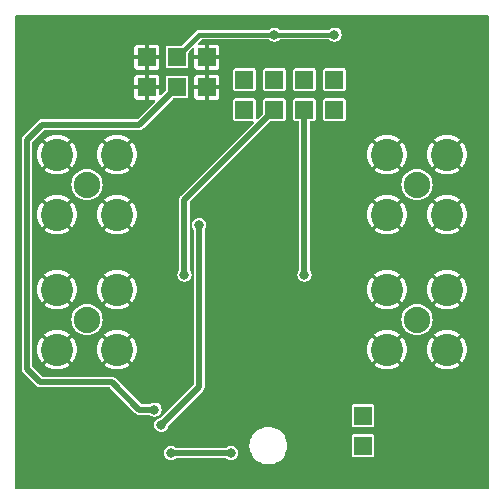
<source format=gbr>
%TF.GenerationSoftware,KiCad,Pcbnew,7.0.5.1-1-g8f565ef7f0-dirty-deb11*%
%TF.CreationDate,2023-07-20T13:08:53+00:00*%
%TF.ProjectId,RFSWITCH01,52465357-4954-4434-9830-312e6b696361,rev?*%
%TF.SameCoordinates,Original*%
%TF.FileFunction,Copper,L1,Top*%
%TF.FilePolarity,Positive*%
%FSLAX46Y46*%
G04 Gerber Fmt 4.6, Leading zero omitted, Abs format (unit mm)*
G04 Created by KiCad (PCBNEW 7.0.5.1-1-g8f565ef7f0-dirty-deb11) date 2023-07-20 13:08:53*
%MOMM*%
%LPD*%
G01*
G04 APERTURE LIST*
%TA.AperFunction,ComponentPad*%
%ADD10R,1.524000X1.524000*%
%TD*%
%TA.AperFunction,ComponentPad*%
%ADD11C,2.240000*%
%TD*%
%TA.AperFunction,ComponentPad*%
%ADD12C,2.740000*%
%TD*%
%TA.AperFunction,ComponentPad*%
%ADD13C,6.000000*%
%TD*%
%TA.AperFunction,ViaPad*%
%ADD14C,0.800000*%
%TD*%
%TA.AperFunction,ViaPad*%
%ADD15C,0.450000*%
%TD*%
%TA.AperFunction,Conductor*%
%ADD16C,0.400000*%
%TD*%
%TA.AperFunction,Conductor*%
%ADD17C,0.500000*%
%TD*%
G04 APERTURE END LIST*
D10*
%TO.P,J9,1*%
%TO.N,/SW1_CTRL*%
X153810000Y-80480000D03*
%TO.P,J9,2*%
X153810000Y-77940000D03*
%TD*%
%TO.P,J5,1*%
%TO.N,/SW2_#CTRL*%
X161430000Y-80480000D03*
%TO.P,J5,2*%
X161430000Y-77940000D03*
%TD*%
%TO.P,J4,1*%
%TO.N,/SW2_CTRL*%
X158890000Y-80480000D03*
%TO.P,J4,2*%
X158890000Y-77940000D03*
%TD*%
%TO.P,J6,1*%
%TO.N,Net-(J6-Pad1)*%
X163843000Y-108928000D03*
%TO.P,J6,2*%
X163843000Y-106388000D03*
%TD*%
D11*
%TO.P,J8,1*%
%TO.N,/RX{slash}TX_2*%
X168415000Y-98260000D03*
D12*
%TO.P,J8,2*%
%TO.N,GND*%
X165875000Y-95720000D03*
X165875000Y-100800000D03*
X170955000Y-95720000D03*
X170955000Y-100800000D03*
%TD*%
D13*
%TO.P,M3,1*%
%TO.N,GND*%
X139205000Y-77305000D03*
%TD*%
D10*
%TO.P,J1,1*%
%TO.N,GND*%
X145555000Y-78575000D03*
%TO.P,J1,2*%
X145555000Y-76035000D03*
%TO.P,J1,3*%
%TO.N,+3V3*%
X148095000Y-78575000D03*
%TO.P,J1,4*%
X148095000Y-76035000D03*
%TO.P,J1,5*%
%TO.N,GND*%
X150635000Y-78575000D03*
%TO.P,J1,6*%
X150635000Y-76035000D03*
%TD*%
D13*
%TO.P,M4,1*%
%TO.N,GND*%
X169685000Y-107785000D03*
%TD*%
D10*
%TO.P,J10,1*%
%TO.N,/SW1_#CTRL*%
X156350000Y-80480000D03*
%TO.P,J10,2*%
X156350000Y-77940000D03*
%TD*%
D11*
%TO.P,J2,1*%
%TO.N,/TX*%
X140475000Y-86830000D03*
D12*
%TO.P,J2,2*%
%TO.N,GND*%
X137935000Y-84290000D03*
X137935000Y-89370000D03*
X143015000Y-84290000D03*
X143015000Y-89370000D03*
%TD*%
D13*
%TO.P,M1,1*%
%TO.N,GND*%
X169685000Y-77305000D03*
%TD*%
D11*
%TO.P,J7,1*%
%TO.N,/RX{slash}TX_1*%
X168415000Y-86830000D03*
D12*
%TO.P,J7,2*%
%TO.N,GND*%
X165875000Y-84290000D03*
X165875000Y-89370000D03*
X170955000Y-84290000D03*
X170955000Y-89370000D03*
%TD*%
D11*
%TO.P,J3,1*%
%TO.N,/RX*%
X140475000Y-98260000D03*
D12*
%TO.P,J3,2*%
%TO.N,GND*%
X137935000Y-95720000D03*
X137935000Y-100800000D03*
X143015000Y-95720000D03*
X143015000Y-100800000D03*
%TD*%
D13*
%TO.P,M2,1*%
%TO.N,GND*%
X139205000Y-107785000D03*
%TD*%
D14*
%TO.N,+3V3*%
X156350000Y-74130000D03*
X147587000Y-109563000D03*
X146190000Y-105880000D03*
X161430000Y-74130000D03*
X152667000Y-109563000D03*
D15*
%TO.N,GND*%
X156121400Y-89039800D03*
X141389400Y-88125400D03*
X168618200Y-96710600D03*
X149314200Y-95085000D03*
X159880600Y-94729400D03*
X162369800Y-99149000D03*
X154292600Y-102768500D03*
X149263400Y-98539400D03*
X143015000Y-92595800D03*
X157543800Y-91630600D03*
X147942600Y-91833800D03*
X159779000Y-87973000D03*
X164808200Y-85941000D03*
X150635000Y-88176200D03*
X169786600Y-87566600D03*
X147282200Y-97472600D03*
X159880600Y-90259000D03*
X145809000Y-89852600D03*
X162573000Y-92240200D03*
X148044200Y-91224200D03*
X159931400Y-91021000D03*
X156070600Y-100520600D03*
X145809000Y-84518600D03*
X154699000Y-93764200D03*
X148044200Y-90411400D03*
X163487400Y-95593000D03*
X162954000Y-97117000D03*
X160998200Y-86957000D03*
X169431000Y-88023800D03*
X151346200Y-91630600D03*
X159880600Y-96558200D03*
X140729000Y-96710600D03*
X144996200Y-97371000D03*
X146215400Y-95034200D03*
X162573000Y-85941000D03*
X145351800Y-101841400D03*
X163182600Y-87769800D03*
X154546600Y-100571400D03*
X146621800Y-96761400D03*
X162471400Y-94221400D03*
X149314200Y-101841400D03*
X160083800Y-91833800D03*
X153581400Y-88277800D03*
X154953000Y-91325800D03*
X152209800Y-99403000D03*
X161861800Y-99555400D03*
X155156200Y-97777400D03*
X156934200Y-83502600D03*
X156985000Y-101841400D03*
X146621800Y-97752000D03*
X149009400Y-103111400D03*
X146063000Y-87109400D03*
X159779000Y-89497000D03*
X145555000Y-89344600D03*
X145809000Y-91325800D03*
X164757400Y-87769800D03*
X155969000Y-97777400D03*
X161912600Y-86195000D03*
X168008600Y-85280600D03*
X156223000Y-103670200D03*
X159220200Y-98590200D03*
X150787400Y-97980600D03*
X169989800Y-98387000D03*
X156273800Y-101841400D03*
X152819400Y-91376600D03*
X163081000Y-101333400D03*
X167602200Y-88176200D03*
X169227800Y-85483800D03*
X152311400Y-100673000D03*
X158153400Y-93713400D03*
X161054992Y-89123329D03*
X152159000Y-95745400D03*
X163462000Y-83528000D03*
X151498600Y-97929800D03*
X159220200Y-97828200D03*
X139205000Y-87820600D03*
X158204200Y-91630600D03*
X167145000Y-85941000D03*
X168821400Y-99758600D03*
X146215400Y-94323000D03*
X159880600Y-95542200D03*
X158864600Y-102247800D03*
X157035800Y-95948600D03*
X145758200Y-95643800D03*
X158204200Y-95034200D03*
X163995400Y-99149000D03*
X171666200Y-92291000D03*
X160083800Y-92494200D03*
X160845800Y-98031400D03*
X163233400Y-85941000D03*
X140729000Y-85280600D03*
X162217400Y-96710600D03*
X168821400Y-88328600D03*
X137071400Y-92189400D03*
X141287800Y-96913800D03*
X158305800Y-103213000D03*
X141745000Y-99149000D03*
X147841000Y-87109400D03*
X138900200Y-86703000D03*
X161963400Y-100977800D03*
X140271800Y-99809400D03*
X151854200Y-97523400D03*
X146469400Y-99504600D03*
X160998200Y-95999400D03*
X151752600Y-96253400D03*
X146418600Y-98895000D03*
X155156200Y-101536600D03*
X156731000Y-97777400D03*
X154343400Y-97777400D03*
X146063000Y-98234600D03*
X159626600Y-84874200D03*
X157543800Y-103771800D03*
X167500600Y-85534600D03*
X152057400Y-93459400D03*
X147942600Y-93205400D03*
X167145000Y-99149000D03*
X155765800Y-95948600D03*
X145148600Y-86449000D03*
X155969000Y-91630600D03*
X156731000Y-91427400D03*
X162217400Y-95034200D03*
X140881400Y-88379400D03*
X139459000Y-85636200D03*
X153632200Y-90970200D03*
X149314200Y-95847000D03*
X146063000Y-90411400D03*
X161861800Y-84975800D03*
X155257800Y-104025800D03*
X145656600Y-86753800D03*
X147841000Y-89598600D03*
X145301000Y-88887400D03*
X146190000Y-96355000D03*
X138951000Y-98691800D03*
X156731000Y-93459400D03*
X150685800Y-95745400D03*
X160337800Y-95999400D03*
X154089400Y-91783000D03*
X164655800Y-99199800D03*
X157645400Y-95948600D03*
X162446000Y-83528000D03*
X159220200Y-100063400D03*
X140068600Y-85331400D03*
X154241800Y-104025800D03*
X169939000Y-97828200D03*
X167145000Y-87719000D03*
X152768600Y-95745400D03*
X155105400Y-95948600D03*
X161912600Y-84112200D03*
X152819400Y-100927000D03*
X144031000Y-86042600D03*
X154292600Y-102146200D03*
X167246600Y-93053000D03*
X138900200Y-98133000D03*
X152362200Y-100063400D03*
X140068600Y-96761400D03*
X150381000Y-84112200D03*
X148857000Y-98133000D03*
X161658600Y-89141400D03*
X155359400Y-84671000D03*
X141745000Y-87719000D03*
X146469400Y-87515800D03*
X144589800Y-86195000D03*
X162217400Y-91529000D03*
X169786600Y-98996600D03*
X160439400Y-101028600D03*
X168008600Y-96710600D03*
X152768600Y-98844200D03*
X163335000Y-103517800D03*
X153835400Y-94678600D03*
X163131800Y-99149000D03*
X151600200Y-99098200D03*
X141745000Y-97371000D03*
X147841000Y-98260000D03*
X147637800Y-88938200D03*
X155613400Y-90005000D03*
X151295400Y-95694600D03*
X152819400Y-93764200D03*
X147993400Y-92545000D03*
X145605800Y-97726600D03*
X169939000Y-86398200D03*
X139662200Y-88176200D03*
X167602200Y-99606200D03*
X162268200Y-89598600D03*
X150889000Y-103721000D03*
X151807700Y-96863000D03*
X159169400Y-97015400D03*
X162319000Y-90513000D03*
X154292600Y-103365400D03*
X162573000Y-88023800D03*
X145961400Y-102298600D03*
X163792200Y-97371000D03*
X144920000Y-101384200D03*
X154089400Y-93103800D03*
X147282200Y-88379400D03*
X146164600Y-91910000D03*
X162420600Y-101435000D03*
X156832600Y-103670200D03*
X161811000Y-98895000D03*
X169685000Y-97269400D03*
X169227800Y-96913800D03*
X146164600Y-93434000D03*
X149619000Y-88684200D03*
X164351000Y-97371000D03*
X144894600Y-88481000D03*
X153683000Y-95897800D03*
X163944600Y-85941000D03*
X162674600Y-91071800D03*
X151346200Y-93459400D03*
X163944600Y-87769800D03*
X144437400Y-99403000D03*
X146469400Y-100165000D03*
X152006600Y-89954200D03*
X160439400Y-89123329D03*
X159779000Y-88735000D03*
X152260600Y-86296600D03*
X139103400Y-86093400D03*
X161861800Y-100266600D03*
X141389400Y-99555400D03*
X140271800Y-88379400D03*
X150685800Y-91630600D03*
X148552200Y-95593000D03*
X168161000Y-99809400D03*
X149314200Y-100927000D03*
X154394200Y-95948600D03*
X149263400Y-85636200D03*
X161709400Y-96050200D03*
X161963400Y-92646600D03*
X160236200Y-97980600D03*
X160744200Y-85636200D03*
X140881400Y-99809400D03*
X139205000Y-99250600D03*
X159220200Y-99301400D03*
X144335800Y-97269400D03*
X152260600Y-97980600D03*
X150685800Y-93459400D03*
X149314200Y-100012600D03*
X139662200Y-99606200D03*
X153225800Y-101282600D03*
X141745000Y-85941000D03*
X158915400Y-101536600D03*
X150889000Y-99098200D03*
X153175000Y-89395400D03*
X161303000Y-98488600D03*
X161912600Y-93205400D03*
X146164600Y-92672000D03*
X153378200Y-103975000D03*
X167145000Y-97371000D03*
X139103400Y-97523400D03*
X152540000Y-104229000D03*
X156426200Y-95948600D03*
X169685000Y-85839400D03*
X152971800Y-97980600D03*
X152260600Y-102959000D03*
X157543800Y-93459400D03*
X160033000Y-93942000D03*
X158128000Y-96253400D03*
X163792200Y-92646600D03*
X146875800Y-87922200D03*
X152006600Y-91630600D03*
X161404600Y-86550600D03*
X139459000Y-97066200D03*
X147637800Y-96355000D03*
X159220200Y-100825400D03*
X163741400Y-101384200D03*
X155765800Y-94018200D03*
X168161000Y-88379400D03*
X141287800Y-85483800D03*
X158661400Y-96456600D03*
X153632200Y-97828200D03*
X153733800Y-101638200D03*
X169431000Y-99453800D03*
X164909800Y-97371000D03*
X138951000Y-87261800D03*
X159880600Y-97320200D03*
X167500600Y-96964600D03*
X148730000Y-99149000D03*
X168618200Y-85280600D03*
X160490200Y-87261800D03*
X157035800Y-101231800D03*
X162268200Y-88785800D03*
X169989800Y-86957000D03*
D14*
%TO.N,/SW1_CTRL*%
X149974600Y-90259000D03*
X146774200Y-107175400D03*
%TO.N,/SW1_#CTRL*%
X148730000Y-94450000D03*
%TO.N,/SW2_CTRL*%
X158890000Y-94450000D03*
%TD*%
D16*
%TO.N,+3V3*%
X156350000Y-74130000D02*
X150000000Y-74130000D01*
D17*
X136470001Y-103534999D02*
X142574999Y-103534999D01*
X144920000Y-105880000D02*
X146190000Y-105880000D01*
X148095000Y-78575000D02*
X144920000Y-81750000D01*
X135395000Y-102070000D02*
X135395000Y-102459998D01*
D16*
X150000000Y-74130000D02*
X148095000Y-76035000D01*
D17*
X135395000Y-83020000D02*
X135395000Y-102070000D01*
X136665000Y-81750000D02*
X135395000Y-83020000D01*
X135395000Y-102459998D02*
X136470001Y-103534999D01*
D16*
X161430000Y-74130000D02*
X156350000Y-74130000D01*
D17*
X142574999Y-103534999D02*
X144920000Y-105880000D01*
X147587000Y-109563000D02*
X152667000Y-109563000D01*
X144920000Y-81750000D02*
X136665000Y-81750000D01*
%TO.N,/SW1_CTRL*%
X146774200Y-107175400D02*
X149997294Y-103952306D01*
X149997294Y-103952306D02*
X149997294Y-90281694D01*
X149997294Y-90281694D02*
X149974600Y-90259000D01*
%TO.N,/SW1_#CTRL*%
X156350000Y-80480000D02*
X148730000Y-88100000D01*
X148730000Y-91910000D02*
X148730000Y-94450000D01*
X148730000Y-88100000D02*
X148730000Y-91910000D01*
%TO.N,/SW2_CTRL*%
X158890000Y-80480000D02*
X158890000Y-94450000D01*
%TD*%
%TA.AperFunction,Conductor*%
%TO.N,GND*%
G36*
X174469691Y-72498407D02*
G01*
X174505655Y-72547907D01*
X174510500Y-72578500D01*
X174510500Y-112511500D01*
X174491593Y-112569691D01*
X174442093Y-112605655D01*
X174411500Y-112610500D01*
X134478500Y-112610500D01*
X134420309Y-112591593D01*
X134384345Y-112542093D01*
X134379500Y-112511500D01*
X134379500Y-109563000D01*
X146981318Y-109563000D01*
X147001955Y-109719758D01*
X147001957Y-109719766D01*
X147062462Y-109865838D01*
X147062462Y-109865839D01*
X147081385Y-109890500D01*
X147158718Y-109991282D01*
X147284159Y-110087536D01*
X147430238Y-110148044D01*
X147547809Y-110163522D01*
X147586999Y-110168682D01*
X147587000Y-110168682D01*
X147587001Y-110168682D01*
X147618352Y-110164554D01*
X147743762Y-110148044D01*
X147889841Y-110087536D01*
X147959665Y-110033957D01*
X148017341Y-110013534D01*
X148019932Y-110013500D01*
X152234068Y-110013500D01*
X152292259Y-110032407D01*
X152294315Y-110033943D01*
X152364159Y-110087536D01*
X152510238Y-110148044D01*
X152627809Y-110163522D01*
X152666999Y-110168682D01*
X152667000Y-110168682D01*
X152667001Y-110168682D01*
X152698352Y-110164554D01*
X152823762Y-110148044D01*
X152969841Y-110087536D01*
X153095282Y-109991282D01*
X153191536Y-109865841D01*
X153252044Y-109719762D01*
X153272682Y-109563000D01*
X153252044Y-109406238D01*
X153191537Y-109260161D01*
X153191537Y-109260160D01*
X153095286Y-109134723D01*
X153095285Y-109134722D01*
X153095282Y-109134718D01*
X153095277Y-109134714D01*
X153095276Y-109134713D01*
X152969838Y-109038462D01*
X152823766Y-108977957D01*
X152823758Y-108977955D01*
X152667001Y-108957318D01*
X152666999Y-108957318D01*
X152510241Y-108977955D01*
X152510233Y-108977957D01*
X152364161Y-109038462D01*
X152325994Y-109067748D01*
X152294334Y-109092042D01*
X152236659Y-109112466D01*
X152234068Y-109112500D01*
X148019932Y-109112500D01*
X147961741Y-109093593D01*
X147959684Y-109092056D01*
X147889841Y-109038464D01*
X147889840Y-109038463D01*
X147889838Y-109038462D01*
X147743766Y-108977957D01*
X147743758Y-108977955D01*
X147587001Y-108957318D01*
X147586999Y-108957318D01*
X147430241Y-108977955D01*
X147430233Y-108977957D01*
X147284161Y-109038462D01*
X147284160Y-109038462D01*
X147158723Y-109134713D01*
X147158713Y-109134723D01*
X147062462Y-109260160D01*
X147062462Y-109260161D01*
X147001957Y-109406233D01*
X147001955Y-109406241D01*
X146981318Y-109562999D01*
X146981318Y-109563000D01*
X134379500Y-109563000D01*
X134379500Y-108928000D01*
X154236551Y-108928000D01*
X154256316Y-109179146D01*
X154315127Y-109424113D01*
X154411532Y-109656856D01*
X154411535Y-109656862D01*
X154543162Y-109871656D01*
X154543168Y-109871664D01*
X154680455Y-110032407D01*
X154706776Y-110063224D01*
X154706782Y-110063229D01*
X154706785Y-110063232D01*
X154735243Y-110087537D01*
X154898341Y-110226836D01*
X154898343Y-110226837D01*
X155113137Y-110358464D01*
X155113143Y-110358467D01*
X155345887Y-110454872D01*
X155345889Y-110454873D01*
X155590852Y-110513683D01*
X155779118Y-110528500D01*
X155779125Y-110528500D01*
X155904875Y-110528500D01*
X155904882Y-110528500D01*
X156093148Y-110513683D01*
X156338111Y-110454873D01*
X156570859Y-110358466D01*
X156785659Y-110226836D01*
X156977224Y-110063224D01*
X157140836Y-109871659D01*
X157240057Y-109709746D01*
X162880500Y-109709746D01*
X162880501Y-109709758D01*
X162892132Y-109768227D01*
X162892133Y-109768231D01*
X162936448Y-109834552D01*
X163002769Y-109878867D01*
X163047231Y-109887711D01*
X163061241Y-109890498D01*
X163061246Y-109890498D01*
X163061252Y-109890500D01*
X163061253Y-109890500D01*
X164624747Y-109890500D01*
X164624748Y-109890500D01*
X164683231Y-109878867D01*
X164749552Y-109834552D01*
X164793867Y-109768231D01*
X164805500Y-109709748D01*
X164805500Y-108146252D01*
X164793867Y-108087769D01*
X164749552Y-108021448D01*
X164749548Y-108021445D01*
X164683233Y-107977134D01*
X164683231Y-107977133D01*
X164683228Y-107977132D01*
X164683227Y-107977132D01*
X164624758Y-107965501D01*
X164624748Y-107965500D01*
X163061252Y-107965500D01*
X163061251Y-107965500D01*
X163061241Y-107965501D01*
X163002772Y-107977132D01*
X163002766Y-107977134D01*
X162936451Y-108021445D01*
X162936445Y-108021451D01*
X162892134Y-108087766D01*
X162892132Y-108087772D01*
X162880501Y-108146241D01*
X162880500Y-108146253D01*
X162880500Y-109709746D01*
X157240057Y-109709746D01*
X157272466Y-109656859D01*
X157368873Y-109424111D01*
X157427683Y-109179148D01*
X157447449Y-108928000D01*
X157427683Y-108676852D01*
X157368873Y-108431889D01*
X157272466Y-108199141D01*
X157240055Y-108146252D01*
X157140837Y-107984343D01*
X157140836Y-107984341D01*
X156977224Y-107792776D01*
X156977217Y-107792770D01*
X156977214Y-107792767D01*
X156785664Y-107629168D01*
X156785656Y-107629162D01*
X156570862Y-107497535D01*
X156570856Y-107497532D01*
X156338112Y-107401127D01*
X156338113Y-107401127D01*
X156093146Y-107342316D01*
X155979306Y-107333357D01*
X155904882Y-107327500D01*
X155779118Y-107327500D01*
X155708671Y-107333044D01*
X155590853Y-107342316D01*
X155345886Y-107401127D01*
X155113143Y-107497532D01*
X155113137Y-107497535D01*
X154898343Y-107629162D01*
X154898335Y-107629168D01*
X154706785Y-107792767D01*
X154706767Y-107792785D01*
X154543168Y-107984335D01*
X154543162Y-107984343D01*
X154411535Y-108199137D01*
X154411532Y-108199143D01*
X154315127Y-108431886D01*
X154256316Y-108676853D01*
X154236551Y-108928000D01*
X134379500Y-108928000D01*
X134379500Y-107175400D01*
X146168518Y-107175400D01*
X146189155Y-107332158D01*
X146189157Y-107332166D01*
X146249662Y-107478238D01*
X146249662Y-107478239D01*
X146345913Y-107603676D01*
X146345918Y-107603682D01*
X146471359Y-107699936D01*
X146617438Y-107760444D01*
X146735009Y-107775922D01*
X146774199Y-107781082D01*
X146774200Y-107781082D01*
X146774201Y-107781082D01*
X146805552Y-107776954D01*
X146930962Y-107760444D01*
X147077041Y-107699936D01*
X147202482Y-107603682D01*
X147298736Y-107478241D01*
X147359244Y-107332162D01*
X147370731Y-107244903D01*
X147397071Y-107189679D01*
X147398842Y-107187860D01*
X147416956Y-107169746D01*
X162880500Y-107169746D01*
X162880501Y-107169758D01*
X162892132Y-107228227D01*
X162892133Y-107228231D01*
X162936448Y-107294552D01*
X163002769Y-107338867D01*
X163047231Y-107347711D01*
X163061241Y-107350498D01*
X163061246Y-107350498D01*
X163061252Y-107350500D01*
X163061253Y-107350500D01*
X164624747Y-107350500D01*
X164624748Y-107350500D01*
X164683231Y-107338867D01*
X164749552Y-107294552D01*
X164793867Y-107228231D01*
X164805500Y-107169748D01*
X164805500Y-105606252D01*
X164793867Y-105547769D01*
X164749552Y-105481448D01*
X164749548Y-105481445D01*
X164683233Y-105437134D01*
X164683231Y-105437133D01*
X164683228Y-105437132D01*
X164683227Y-105437132D01*
X164624758Y-105425501D01*
X164624748Y-105425500D01*
X163061252Y-105425500D01*
X163061251Y-105425500D01*
X163061241Y-105425501D01*
X163002772Y-105437132D01*
X163002766Y-105437134D01*
X162936451Y-105481445D01*
X162936445Y-105481451D01*
X162892134Y-105547766D01*
X162892132Y-105547772D01*
X162880501Y-105606241D01*
X162880500Y-105606253D01*
X162880500Y-107169746D01*
X147416956Y-107169746D01*
X150295993Y-104290708D01*
X150300124Y-104287016D01*
X150331264Y-104262185D01*
X150364279Y-104213759D01*
X150365330Y-104212280D01*
X150400087Y-104165188D01*
X150400089Y-104165182D01*
X150403557Y-104158622D01*
X150403949Y-104158829D01*
X150404947Y-104156853D01*
X150404548Y-104156661D01*
X150407767Y-104149977D01*
X150425030Y-104094009D01*
X150425609Y-104092249D01*
X150444940Y-104037006D01*
X150444940Y-104037003D01*
X150446320Y-104029713D01*
X150446754Y-104029795D01*
X150447125Y-104027613D01*
X150446688Y-104027548D01*
X150447794Y-104020210D01*
X150447794Y-103961663D01*
X150447829Y-103959813D01*
X150448679Y-103937058D01*
X150450018Y-103901296D01*
X150450016Y-103901288D01*
X150449187Y-103893924D01*
X150449625Y-103893874D01*
X150447794Y-103879963D01*
X150447794Y-100800002D01*
X164200317Y-100800002D01*
X164219021Y-101049593D01*
X164219023Y-101049603D01*
X164274718Y-101293623D01*
X164366160Y-101526611D01*
X164366169Y-101526630D01*
X164491308Y-101743377D01*
X164491312Y-101743383D01*
X164592542Y-101870323D01*
X165174539Y-101288325D01*
X165287009Y-101420735D01*
X165388923Y-101498208D01*
X164803339Y-102083792D01*
X164830850Y-102109318D01*
X164830854Y-102109321D01*
X165037662Y-102250320D01*
X165263169Y-102358917D01*
X165502343Y-102432693D01*
X165502353Y-102432695D01*
X165749847Y-102469999D01*
X165749856Y-102470000D01*
X166000144Y-102470000D01*
X166000152Y-102469999D01*
X166247646Y-102432695D01*
X166247656Y-102432693D01*
X166486830Y-102358917D01*
X166712338Y-102250320D01*
X166919139Y-102109326D01*
X166919149Y-102109318D01*
X166946660Y-102083792D01*
X166361904Y-101499036D01*
X166392431Y-101480669D01*
X166526658Y-101353523D01*
X166572719Y-101285586D01*
X167157456Y-101870323D01*
X167258681Y-101743391D01*
X167258691Y-101743377D01*
X167383830Y-101526630D01*
X167383839Y-101526611D01*
X167475281Y-101293623D01*
X167530976Y-101049603D01*
X167530978Y-101049593D01*
X167549683Y-100800002D01*
X169280317Y-100800002D01*
X169299021Y-101049593D01*
X169299023Y-101049603D01*
X169354718Y-101293623D01*
X169446160Y-101526611D01*
X169446169Y-101526630D01*
X169571308Y-101743377D01*
X169571312Y-101743383D01*
X169672542Y-101870323D01*
X170254539Y-101288325D01*
X170367009Y-101420735D01*
X170468923Y-101498208D01*
X169883339Y-102083792D01*
X169910850Y-102109318D01*
X169910854Y-102109321D01*
X170117662Y-102250320D01*
X170343169Y-102358917D01*
X170582343Y-102432693D01*
X170582353Y-102432695D01*
X170829847Y-102469999D01*
X170829856Y-102470000D01*
X171080144Y-102470000D01*
X171080152Y-102469999D01*
X171327646Y-102432695D01*
X171327656Y-102432693D01*
X171566830Y-102358917D01*
X171792338Y-102250320D01*
X171999139Y-102109326D01*
X171999149Y-102109318D01*
X172026660Y-102083792D01*
X171441904Y-101499036D01*
X171472431Y-101480669D01*
X171606658Y-101353523D01*
X171652719Y-101285586D01*
X172237456Y-101870323D01*
X172338681Y-101743391D01*
X172338691Y-101743377D01*
X172463830Y-101526630D01*
X172463839Y-101526611D01*
X172555281Y-101293623D01*
X172610976Y-101049603D01*
X172610978Y-101049593D01*
X172629683Y-100800002D01*
X172629683Y-100799997D01*
X172610978Y-100550406D01*
X172610976Y-100550396D01*
X172555281Y-100306376D01*
X172463839Y-100073388D01*
X172463830Y-100073369D01*
X172338691Y-99856622D01*
X172338687Y-99856616D01*
X172237456Y-99729675D01*
X171655458Y-100311672D01*
X171542991Y-100179265D01*
X171441074Y-100101790D01*
X172026659Y-99516206D01*
X171999150Y-99490682D01*
X171792334Y-99349678D01*
X171566830Y-99241082D01*
X171327656Y-99167306D01*
X171327646Y-99167304D01*
X171080152Y-99130000D01*
X170829847Y-99130000D01*
X170582353Y-99167304D01*
X170582343Y-99167306D01*
X170343169Y-99241082D01*
X170117662Y-99349679D01*
X169910851Y-99490680D01*
X169883339Y-99516206D01*
X170468096Y-100100963D01*
X170437569Y-100119331D01*
X170303342Y-100246477D01*
X170257280Y-100314413D01*
X169672542Y-99729675D01*
X169571310Y-99856619D01*
X169446164Y-100073379D01*
X169446160Y-100073388D01*
X169354718Y-100306376D01*
X169299023Y-100550396D01*
X169299021Y-100550406D01*
X169280317Y-100799997D01*
X169280317Y-100800002D01*
X167549683Y-100800002D01*
X167549683Y-100799997D01*
X167530978Y-100550406D01*
X167530976Y-100550396D01*
X167475281Y-100306376D01*
X167383839Y-100073388D01*
X167383830Y-100073369D01*
X167258691Y-99856622D01*
X167258687Y-99856616D01*
X167157456Y-99729675D01*
X166575458Y-100311672D01*
X166462991Y-100179265D01*
X166361074Y-100101790D01*
X166946659Y-99516206D01*
X166919150Y-99490682D01*
X166712334Y-99349678D01*
X166486830Y-99241082D01*
X166247656Y-99167306D01*
X166247646Y-99167304D01*
X166000152Y-99130000D01*
X165749847Y-99130000D01*
X165502353Y-99167304D01*
X165502343Y-99167306D01*
X165263169Y-99241082D01*
X165037662Y-99349679D01*
X164830851Y-99490680D01*
X164803339Y-99516206D01*
X165388096Y-100100963D01*
X165357569Y-100119331D01*
X165223342Y-100246477D01*
X165177280Y-100314413D01*
X164592542Y-99729675D01*
X164491310Y-99856619D01*
X164366164Y-100073379D01*
X164366160Y-100073388D01*
X164274718Y-100306376D01*
X164219023Y-100550396D01*
X164219021Y-100550406D01*
X164200317Y-100799997D01*
X164200317Y-100800002D01*
X150447794Y-100800002D01*
X150447794Y-98260003D01*
X167089456Y-98260003D01*
X167109592Y-98490170D01*
X167109593Y-98490177D01*
X167109594Y-98490178D01*
X167169396Y-98713363D01*
X167267045Y-98922772D01*
X167399574Y-99112043D01*
X167562957Y-99275426D01*
X167752228Y-99407955D01*
X167961637Y-99505604D01*
X168184822Y-99565406D01*
X168184826Y-99565406D01*
X168184829Y-99565407D01*
X168414997Y-99585544D01*
X168415000Y-99585544D01*
X168415003Y-99585544D01*
X168645170Y-99565407D01*
X168645171Y-99565406D01*
X168645178Y-99565406D01*
X168868363Y-99505604D01*
X169077772Y-99407955D01*
X169267043Y-99275426D01*
X169430426Y-99112043D01*
X169562955Y-98922772D01*
X169660604Y-98713363D01*
X169720406Y-98490178D01*
X169740544Y-98260000D01*
X169720406Y-98029822D01*
X169660604Y-97806637D01*
X169562955Y-97597228D01*
X169430426Y-97407957D01*
X169267043Y-97244574D01*
X169267039Y-97244571D01*
X169267038Y-97244570D01*
X169160997Y-97170320D01*
X169077772Y-97112045D01*
X168868363Y-97014396D01*
X168645178Y-96954594D01*
X168645177Y-96954593D01*
X168645170Y-96954592D01*
X168415003Y-96934456D01*
X168414997Y-96934456D01*
X168184829Y-96954592D01*
X167961637Y-97014396D01*
X167752229Y-97112044D01*
X167562961Y-97244570D01*
X167399570Y-97407961D01*
X167267044Y-97597229D01*
X167169396Y-97806637D01*
X167109592Y-98029829D01*
X167089456Y-98259996D01*
X167089456Y-98260003D01*
X150447794Y-98260003D01*
X150447794Y-95720002D01*
X164200317Y-95720002D01*
X164219021Y-95969593D01*
X164219023Y-95969603D01*
X164274718Y-96213623D01*
X164366160Y-96446611D01*
X164366169Y-96446630D01*
X164491308Y-96663377D01*
X164491312Y-96663383D01*
X164592542Y-96790323D01*
X165174539Y-96208325D01*
X165287009Y-96340735D01*
X165388923Y-96418208D01*
X164803339Y-97003792D01*
X164830850Y-97029318D01*
X164830854Y-97029321D01*
X165037662Y-97170320D01*
X165263169Y-97278917D01*
X165502343Y-97352693D01*
X165502353Y-97352695D01*
X165749847Y-97389999D01*
X165749856Y-97390000D01*
X166000144Y-97390000D01*
X166000152Y-97389999D01*
X166247646Y-97352695D01*
X166247656Y-97352693D01*
X166486830Y-97278917D01*
X166712338Y-97170320D01*
X166919139Y-97029326D01*
X166919149Y-97029318D01*
X166946660Y-97003792D01*
X166361904Y-96419036D01*
X166392431Y-96400669D01*
X166526658Y-96273523D01*
X166572719Y-96205586D01*
X167157456Y-96790323D01*
X167258681Y-96663391D01*
X167258691Y-96663377D01*
X167383830Y-96446630D01*
X167383839Y-96446611D01*
X167475281Y-96213623D01*
X167530976Y-95969603D01*
X167530978Y-95969593D01*
X167549683Y-95720002D01*
X169280317Y-95720002D01*
X169299021Y-95969593D01*
X169299023Y-95969603D01*
X169354718Y-96213623D01*
X169446160Y-96446611D01*
X169446169Y-96446630D01*
X169571308Y-96663377D01*
X169571312Y-96663383D01*
X169672542Y-96790323D01*
X170254539Y-96208325D01*
X170367009Y-96340735D01*
X170468923Y-96418208D01*
X169883339Y-97003792D01*
X169910850Y-97029318D01*
X169910854Y-97029321D01*
X170117662Y-97170320D01*
X170343169Y-97278917D01*
X170582343Y-97352693D01*
X170582353Y-97352695D01*
X170829847Y-97389999D01*
X170829856Y-97390000D01*
X171080144Y-97390000D01*
X171080152Y-97389999D01*
X171327646Y-97352695D01*
X171327656Y-97352693D01*
X171566830Y-97278917D01*
X171792338Y-97170320D01*
X171999139Y-97029326D01*
X171999149Y-97029318D01*
X172026660Y-97003792D01*
X171441904Y-96419036D01*
X171472431Y-96400669D01*
X171606658Y-96273523D01*
X171652719Y-96205586D01*
X172237456Y-96790323D01*
X172338681Y-96663391D01*
X172338691Y-96663377D01*
X172463830Y-96446630D01*
X172463839Y-96446611D01*
X172555281Y-96213623D01*
X172610976Y-95969603D01*
X172610978Y-95969593D01*
X172629683Y-95720002D01*
X172629683Y-95719997D01*
X172610978Y-95470406D01*
X172610976Y-95470396D01*
X172555281Y-95226376D01*
X172463839Y-94993388D01*
X172463830Y-94993369D01*
X172338691Y-94776622D01*
X172338687Y-94776616D01*
X172237456Y-94649675D01*
X171655458Y-95231672D01*
X171542991Y-95099265D01*
X171441074Y-95021790D01*
X172026659Y-94436206D01*
X171999150Y-94410682D01*
X171792334Y-94269678D01*
X171566830Y-94161082D01*
X171327656Y-94087306D01*
X171327646Y-94087304D01*
X171080152Y-94050000D01*
X170829847Y-94050000D01*
X170582353Y-94087304D01*
X170582343Y-94087306D01*
X170343169Y-94161082D01*
X170117662Y-94269679D01*
X169910851Y-94410680D01*
X169883339Y-94436206D01*
X170468096Y-95020963D01*
X170437569Y-95039331D01*
X170303342Y-95166477D01*
X170257280Y-95234413D01*
X169672542Y-94649675D01*
X169571310Y-94776619D01*
X169446164Y-94993379D01*
X169446160Y-94993388D01*
X169354718Y-95226376D01*
X169299023Y-95470396D01*
X169299021Y-95470406D01*
X169280317Y-95719997D01*
X169280317Y-95720002D01*
X167549683Y-95720002D01*
X167549683Y-95719997D01*
X167530978Y-95470406D01*
X167530976Y-95470396D01*
X167475281Y-95226376D01*
X167383839Y-94993388D01*
X167383830Y-94993369D01*
X167258691Y-94776622D01*
X167258687Y-94776616D01*
X167157456Y-94649675D01*
X166575458Y-95231672D01*
X166462991Y-95099265D01*
X166361074Y-95021790D01*
X166946659Y-94436206D01*
X166919150Y-94410682D01*
X166712334Y-94269678D01*
X166486830Y-94161082D01*
X166247656Y-94087306D01*
X166247646Y-94087304D01*
X166000152Y-94050000D01*
X165749847Y-94050000D01*
X165502353Y-94087304D01*
X165502343Y-94087306D01*
X165263169Y-94161082D01*
X165037662Y-94269679D01*
X164830851Y-94410680D01*
X164803339Y-94436206D01*
X165388096Y-95020963D01*
X165357569Y-95039331D01*
X165223342Y-95166477D01*
X165177280Y-95234413D01*
X164592542Y-94649675D01*
X164491310Y-94776619D01*
X164366164Y-94993379D01*
X164366160Y-94993388D01*
X164274718Y-95226376D01*
X164219023Y-95470396D01*
X164219021Y-95470406D01*
X164200317Y-95719997D01*
X164200317Y-95720002D01*
X150447794Y-95720002D01*
X150447794Y-90662356D01*
X150466701Y-90604165D01*
X150468214Y-90602139D01*
X150499136Y-90561841D01*
X150559644Y-90415762D01*
X150580282Y-90259000D01*
X150559644Y-90102238D01*
X150499137Y-89956161D01*
X150499137Y-89956160D01*
X150402886Y-89830723D01*
X150402885Y-89830722D01*
X150402882Y-89830718D01*
X150402877Y-89830714D01*
X150402876Y-89830713D01*
X150277438Y-89734462D01*
X150131366Y-89673957D01*
X150131358Y-89673955D01*
X149974601Y-89653318D01*
X149974599Y-89653318D01*
X149817841Y-89673955D01*
X149817833Y-89673957D01*
X149671761Y-89734462D01*
X149671760Y-89734462D01*
X149546323Y-89830713D01*
X149546313Y-89830723D01*
X149450062Y-89956160D01*
X149450062Y-89956161D01*
X149389557Y-90102233D01*
X149389555Y-90102241D01*
X149377653Y-90192650D01*
X149351312Y-90247875D01*
X149330682Y-90259075D01*
X149359593Y-90280080D01*
X149377653Y-90325349D01*
X149389555Y-90415758D01*
X149389557Y-90415766D01*
X149450062Y-90561838D01*
X149450062Y-90561839D01*
X149526336Y-90661241D01*
X149546760Y-90718917D01*
X149546794Y-90721508D01*
X149546794Y-103724694D01*
X149527887Y-103782885D01*
X149517798Y-103794698D01*
X146761777Y-106550718D01*
X146707260Y-106578495D01*
X146704696Y-106578867D01*
X146617437Y-106590356D01*
X146471361Y-106650862D01*
X146471360Y-106650862D01*
X146345923Y-106747113D01*
X146345913Y-106747123D01*
X146249662Y-106872560D01*
X146249662Y-106872561D01*
X146189157Y-107018633D01*
X146189155Y-107018641D01*
X146168518Y-107175399D01*
X146168518Y-107175400D01*
X134379500Y-107175400D01*
X134379500Y-102477036D01*
X134939730Y-102477036D01*
X134950616Y-102534571D01*
X134950926Y-102536395D01*
X134959652Y-102594285D01*
X134961840Y-102601379D01*
X134961417Y-102601509D01*
X134962109Y-102603611D01*
X134962526Y-102603466D01*
X134964975Y-102610466D01*
X134992338Y-102662240D01*
X134993172Y-102663892D01*
X135018574Y-102716639D01*
X135022753Y-102722768D01*
X135022389Y-102723015D01*
X135023677Y-102724829D01*
X135024030Y-102724569D01*
X135028434Y-102730536D01*
X135069854Y-102771957D01*
X135071138Y-102773290D01*
X135110944Y-102816192D01*
X135116743Y-102820816D01*
X135116467Y-102821161D01*
X135127600Y-102829702D01*
X136131593Y-103833695D01*
X136135295Y-103837837D01*
X136160122Y-103868969D01*
X136208510Y-103901960D01*
X136210019Y-103903031D01*
X136226994Y-103915559D01*
X136257119Y-103937792D01*
X136257122Y-103937793D01*
X136263678Y-103941258D01*
X136263470Y-103941650D01*
X136265451Y-103942650D01*
X136265644Y-103942252D01*
X136272328Y-103945471D01*
X136321805Y-103960732D01*
X136328293Y-103962733D01*
X136330044Y-103963309D01*
X136385302Y-103982644D01*
X136385302Y-103982645D01*
X136392594Y-103984025D01*
X136392511Y-103984459D01*
X136394694Y-103984829D01*
X136394760Y-103984393D01*
X136402099Y-103985499D01*
X136460643Y-103985499D01*
X136462493Y-103985534D01*
X136485543Y-103986395D01*
X136521011Y-103987723D01*
X136521017Y-103987721D01*
X136528386Y-103986892D01*
X136528435Y-103987330D01*
X136542345Y-103985499D01*
X142347387Y-103985499D01*
X142405578Y-104004406D01*
X142417391Y-104014495D01*
X144581592Y-106178696D01*
X144585294Y-106182838D01*
X144610121Y-106213970D01*
X144658509Y-106246961D01*
X144660018Y-106248032D01*
X144676993Y-106260560D01*
X144707118Y-106282793D01*
X144707121Y-106282794D01*
X144713677Y-106286259D01*
X144713469Y-106286651D01*
X144715450Y-106287651D01*
X144715643Y-106287253D01*
X144722327Y-106290472D01*
X144778318Y-106307742D01*
X144780008Y-106308298D01*
X144835300Y-106327646D01*
X144835301Y-106327646D01*
X144842593Y-106329026D01*
X144842510Y-106329460D01*
X144844697Y-106329831D01*
X144844763Y-106329394D01*
X144852096Y-106330499D01*
X144852098Y-106330500D01*
X144910641Y-106330500D01*
X144912491Y-106330535D01*
X144935554Y-106331397D01*
X144971010Y-106332724D01*
X144971016Y-106332722D01*
X144978385Y-106331893D01*
X144978434Y-106332331D01*
X144992344Y-106330500D01*
X145757068Y-106330500D01*
X145815259Y-106349407D01*
X145817315Y-106350943D01*
X145887159Y-106404536D01*
X146033238Y-106465044D01*
X146150809Y-106480522D01*
X146189999Y-106485682D01*
X146190000Y-106485682D01*
X146190001Y-106485682D01*
X146221352Y-106481554D01*
X146346762Y-106465044D01*
X146492841Y-106404536D01*
X146618282Y-106308282D01*
X146714536Y-106182841D01*
X146775044Y-106036762D01*
X146795682Y-105880000D01*
X146775044Y-105723238D01*
X146714537Y-105577161D01*
X146714537Y-105577160D01*
X146618286Y-105451723D01*
X146618285Y-105451722D01*
X146618282Y-105451718D01*
X146618277Y-105451714D01*
X146618276Y-105451713D01*
X146492838Y-105355462D01*
X146346766Y-105294957D01*
X146346758Y-105294955D01*
X146190001Y-105274318D01*
X146189999Y-105274318D01*
X146033241Y-105294955D01*
X146033233Y-105294957D01*
X145887161Y-105355462D01*
X145848994Y-105384748D01*
X145817334Y-105409042D01*
X145759659Y-105429466D01*
X145757068Y-105429500D01*
X145147611Y-105429500D01*
X145089420Y-105410593D01*
X145077607Y-105400504D01*
X142913401Y-103236297D01*
X142909699Y-103232154D01*
X142884878Y-103201029D01*
X142836493Y-103168040D01*
X142834984Y-103166969D01*
X142787880Y-103132205D01*
X142781321Y-103128739D01*
X142781525Y-103128351D01*
X142779543Y-103127351D01*
X142779354Y-103127745D01*
X142772669Y-103124525D01*
X142716712Y-103107265D01*
X142714954Y-103106687D01*
X142659701Y-103087354D01*
X142659700Y-103087353D01*
X142659698Y-103087353D01*
X142659695Y-103087352D01*
X142652413Y-103085975D01*
X142652494Y-103085543D01*
X142650301Y-103085170D01*
X142650236Y-103085604D01*
X142642902Y-103084499D01*
X142642901Y-103084499D01*
X142584357Y-103084499D01*
X142582507Y-103084464D01*
X142527173Y-103082394D01*
X142523989Y-103082275D01*
X142523988Y-103082275D01*
X142516614Y-103083106D01*
X142516564Y-103082667D01*
X142502655Y-103084499D01*
X136697613Y-103084499D01*
X136639422Y-103065592D01*
X136627609Y-103055503D01*
X135874496Y-102302390D01*
X135846719Y-102247873D01*
X135845500Y-102232386D01*
X135845500Y-100800002D01*
X136260317Y-100800002D01*
X136279021Y-101049593D01*
X136279023Y-101049603D01*
X136334718Y-101293623D01*
X136426160Y-101526611D01*
X136426169Y-101526630D01*
X136551308Y-101743377D01*
X136551312Y-101743383D01*
X136652542Y-101870323D01*
X137234539Y-101288325D01*
X137347009Y-101420735D01*
X137448923Y-101498208D01*
X136863339Y-102083792D01*
X136890850Y-102109318D01*
X136890854Y-102109321D01*
X137097662Y-102250320D01*
X137323169Y-102358917D01*
X137562343Y-102432693D01*
X137562353Y-102432695D01*
X137809847Y-102469999D01*
X137809856Y-102470000D01*
X138060144Y-102470000D01*
X138060152Y-102469999D01*
X138307646Y-102432695D01*
X138307656Y-102432693D01*
X138546830Y-102358917D01*
X138772338Y-102250320D01*
X138979139Y-102109326D01*
X138979149Y-102109318D01*
X139006659Y-102083792D01*
X138421904Y-101499036D01*
X138452431Y-101480669D01*
X138586658Y-101353523D01*
X138632719Y-101285586D01*
X139217456Y-101870323D01*
X139318681Y-101743391D01*
X139318691Y-101743377D01*
X139443830Y-101526630D01*
X139443839Y-101526611D01*
X139535281Y-101293623D01*
X139590976Y-101049603D01*
X139590978Y-101049593D01*
X139609683Y-100800002D01*
X141340317Y-100800002D01*
X141359021Y-101049593D01*
X141359023Y-101049603D01*
X141414718Y-101293623D01*
X141506160Y-101526611D01*
X141506169Y-101526630D01*
X141631308Y-101743377D01*
X141631312Y-101743383D01*
X141732542Y-101870323D01*
X142314539Y-101288325D01*
X142427009Y-101420735D01*
X142528923Y-101498208D01*
X141943339Y-102083792D01*
X141970850Y-102109318D01*
X141970854Y-102109321D01*
X142177662Y-102250320D01*
X142403169Y-102358917D01*
X142642343Y-102432693D01*
X142642353Y-102432695D01*
X142889847Y-102469999D01*
X142889856Y-102470000D01*
X143140144Y-102470000D01*
X143140152Y-102469999D01*
X143387646Y-102432695D01*
X143387656Y-102432693D01*
X143626830Y-102358917D01*
X143852338Y-102250320D01*
X144059139Y-102109326D01*
X144059149Y-102109318D01*
X144086659Y-102083792D01*
X143501904Y-101499036D01*
X143532431Y-101480669D01*
X143666658Y-101353523D01*
X143712719Y-101285586D01*
X144297456Y-101870323D01*
X144398681Y-101743391D01*
X144398691Y-101743377D01*
X144523830Y-101526630D01*
X144523839Y-101526611D01*
X144615281Y-101293623D01*
X144670976Y-101049603D01*
X144670978Y-101049593D01*
X144689683Y-100800002D01*
X144689683Y-100799997D01*
X144670978Y-100550406D01*
X144670976Y-100550396D01*
X144615281Y-100306376D01*
X144523839Y-100073388D01*
X144523830Y-100073369D01*
X144398691Y-99856622D01*
X144398687Y-99856616D01*
X144297456Y-99729675D01*
X143715458Y-100311672D01*
X143602991Y-100179265D01*
X143501074Y-100101790D01*
X144086659Y-99516206D01*
X144059150Y-99490682D01*
X143852334Y-99349678D01*
X143626830Y-99241082D01*
X143387656Y-99167306D01*
X143387646Y-99167304D01*
X143140152Y-99130000D01*
X142889847Y-99130000D01*
X142642353Y-99167304D01*
X142642343Y-99167306D01*
X142403169Y-99241082D01*
X142177662Y-99349679D01*
X141970851Y-99490680D01*
X141943339Y-99516206D01*
X142528096Y-100100963D01*
X142497569Y-100119331D01*
X142363342Y-100246477D01*
X142317280Y-100314413D01*
X141732542Y-99729675D01*
X141631310Y-99856619D01*
X141506164Y-100073379D01*
X141506160Y-100073388D01*
X141414718Y-100306376D01*
X141359023Y-100550396D01*
X141359021Y-100550406D01*
X141340317Y-100799997D01*
X141340317Y-100800002D01*
X139609683Y-100800002D01*
X139609683Y-100799997D01*
X139590978Y-100550406D01*
X139590976Y-100550396D01*
X139535281Y-100306376D01*
X139443839Y-100073388D01*
X139443830Y-100073369D01*
X139318691Y-99856622D01*
X139318687Y-99856616D01*
X139217456Y-99729675D01*
X138635458Y-100311672D01*
X138522991Y-100179265D01*
X138421074Y-100101790D01*
X139006659Y-99516206D01*
X138979150Y-99490682D01*
X138772334Y-99349678D01*
X138546830Y-99241082D01*
X138307656Y-99167306D01*
X138307646Y-99167304D01*
X138060152Y-99130000D01*
X137809847Y-99130000D01*
X137562353Y-99167304D01*
X137562343Y-99167306D01*
X137323169Y-99241082D01*
X137097662Y-99349679D01*
X136890851Y-99490680D01*
X136863339Y-99516206D01*
X137448096Y-100100963D01*
X137417569Y-100119331D01*
X137283342Y-100246477D01*
X137237280Y-100314413D01*
X136652542Y-99729675D01*
X136551310Y-99856619D01*
X136426164Y-100073379D01*
X136426160Y-100073388D01*
X136334718Y-100306376D01*
X136279023Y-100550396D01*
X136279021Y-100550406D01*
X136260317Y-100799997D01*
X136260317Y-100800002D01*
X135845500Y-100800002D01*
X135845500Y-98260003D01*
X139149456Y-98260003D01*
X139169592Y-98490170D01*
X139169593Y-98490177D01*
X139169594Y-98490178D01*
X139229396Y-98713363D01*
X139327045Y-98922772D01*
X139459574Y-99112043D01*
X139622957Y-99275426D01*
X139812228Y-99407955D01*
X140021637Y-99505604D01*
X140244822Y-99565406D01*
X140244826Y-99565406D01*
X140244829Y-99565407D01*
X140474997Y-99585544D01*
X140475000Y-99585544D01*
X140475003Y-99585544D01*
X140705170Y-99565407D01*
X140705171Y-99565406D01*
X140705178Y-99565406D01*
X140928363Y-99505604D01*
X141137772Y-99407955D01*
X141327043Y-99275426D01*
X141490426Y-99112043D01*
X141622955Y-98922772D01*
X141720604Y-98713363D01*
X141780406Y-98490178D01*
X141800544Y-98260000D01*
X141780406Y-98029822D01*
X141720604Y-97806637D01*
X141622955Y-97597228D01*
X141490426Y-97407957D01*
X141327043Y-97244574D01*
X141327039Y-97244571D01*
X141327038Y-97244570D01*
X141220997Y-97170320D01*
X141137772Y-97112045D01*
X140928363Y-97014396D01*
X140705178Y-96954594D01*
X140705177Y-96954593D01*
X140705170Y-96954592D01*
X140475003Y-96934456D01*
X140474997Y-96934456D01*
X140244829Y-96954592D01*
X140021637Y-97014396D01*
X139812229Y-97112044D01*
X139622961Y-97244570D01*
X139459570Y-97407961D01*
X139327044Y-97597229D01*
X139229396Y-97806637D01*
X139169592Y-98029829D01*
X139149456Y-98259996D01*
X139149456Y-98260003D01*
X135845500Y-98260003D01*
X135845500Y-95720002D01*
X136260317Y-95720002D01*
X136279021Y-95969593D01*
X136279023Y-95969603D01*
X136334718Y-96213623D01*
X136426160Y-96446611D01*
X136426169Y-96446630D01*
X136551308Y-96663377D01*
X136551312Y-96663383D01*
X136652542Y-96790323D01*
X137234539Y-96208325D01*
X137347009Y-96340735D01*
X137448923Y-96418208D01*
X136863339Y-97003792D01*
X136890850Y-97029318D01*
X136890854Y-97029321D01*
X137097662Y-97170320D01*
X137323169Y-97278917D01*
X137562343Y-97352693D01*
X137562353Y-97352695D01*
X137809847Y-97389999D01*
X137809856Y-97390000D01*
X138060144Y-97390000D01*
X138060152Y-97389999D01*
X138307646Y-97352695D01*
X138307656Y-97352693D01*
X138546830Y-97278917D01*
X138772338Y-97170320D01*
X138979139Y-97029326D01*
X138979149Y-97029318D01*
X139006659Y-97003792D01*
X138421904Y-96419036D01*
X138452431Y-96400669D01*
X138586658Y-96273523D01*
X138632719Y-96205586D01*
X139217456Y-96790323D01*
X139318681Y-96663391D01*
X139318691Y-96663377D01*
X139443830Y-96446630D01*
X139443839Y-96446611D01*
X139535281Y-96213623D01*
X139590976Y-95969603D01*
X139590978Y-95969593D01*
X139609683Y-95720002D01*
X141340317Y-95720002D01*
X141359021Y-95969593D01*
X141359023Y-95969603D01*
X141414718Y-96213623D01*
X141506160Y-96446611D01*
X141506169Y-96446630D01*
X141631308Y-96663377D01*
X141631312Y-96663383D01*
X141732542Y-96790323D01*
X142314539Y-96208325D01*
X142427009Y-96340735D01*
X142528923Y-96418208D01*
X141943339Y-97003792D01*
X141970850Y-97029318D01*
X141970854Y-97029321D01*
X142177662Y-97170320D01*
X142403169Y-97278917D01*
X142642343Y-97352693D01*
X142642353Y-97352695D01*
X142889847Y-97389999D01*
X142889856Y-97390000D01*
X143140144Y-97390000D01*
X143140152Y-97389999D01*
X143387646Y-97352695D01*
X143387656Y-97352693D01*
X143626830Y-97278917D01*
X143852338Y-97170320D01*
X144059139Y-97029326D01*
X144059149Y-97029318D01*
X144086660Y-97003792D01*
X143501904Y-96419036D01*
X143532431Y-96400669D01*
X143666658Y-96273523D01*
X143712719Y-96205586D01*
X144297456Y-96790323D01*
X144398681Y-96663391D01*
X144398691Y-96663377D01*
X144523830Y-96446630D01*
X144523839Y-96446611D01*
X144615281Y-96213623D01*
X144670976Y-95969603D01*
X144670978Y-95969593D01*
X144689683Y-95720002D01*
X144689683Y-95719997D01*
X144670978Y-95470406D01*
X144670976Y-95470396D01*
X144615281Y-95226376D01*
X144523839Y-94993388D01*
X144523830Y-94993369D01*
X144398691Y-94776622D01*
X144398687Y-94776616D01*
X144297456Y-94649675D01*
X143715458Y-95231672D01*
X143602991Y-95099265D01*
X143501074Y-95021790D01*
X144072865Y-94450000D01*
X148124318Y-94450000D01*
X148144955Y-94606758D01*
X148144957Y-94606766D01*
X148205462Y-94752838D01*
X148205462Y-94752839D01*
X148295363Y-94870000D01*
X148301718Y-94878282D01*
X148427159Y-94974536D01*
X148427160Y-94974536D01*
X148427161Y-94974537D01*
X148573233Y-95035042D01*
X148573238Y-95035044D01*
X148690809Y-95050522D01*
X148729999Y-95055682D01*
X148730000Y-95055682D01*
X148730001Y-95055682D01*
X148761352Y-95051554D01*
X148886762Y-95035044D01*
X149032841Y-94974536D01*
X149158282Y-94878282D01*
X149254536Y-94752841D01*
X149315044Y-94606762D01*
X149335682Y-94450000D01*
X149315044Y-94293238D01*
X149254537Y-94147161D01*
X149254537Y-94147160D01*
X149200958Y-94077334D01*
X149180534Y-94019658D01*
X149180500Y-94017067D01*
X149180500Y-90338271D01*
X149199407Y-90280080D01*
X149227192Y-90259892D01*
X149192497Y-90226967D01*
X149180500Y-90179728D01*
X149180500Y-88327611D01*
X149199407Y-88269420D01*
X149209490Y-88257613D01*
X155995608Y-81471495D01*
X156050125Y-81443719D01*
X156065612Y-81442500D01*
X157131747Y-81442500D01*
X157131748Y-81442500D01*
X157190231Y-81430867D01*
X157256552Y-81386552D01*
X157300867Y-81320231D01*
X157312500Y-81261748D01*
X157312500Y-81261746D01*
X157927500Y-81261746D01*
X157927501Y-81261758D01*
X157939132Y-81320227D01*
X157939134Y-81320233D01*
X157978682Y-81379420D01*
X157983448Y-81386552D01*
X158049769Y-81430867D01*
X158094231Y-81439711D01*
X158108241Y-81442498D01*
X158108246Y-81442498D01*
X158108252Y-81442500D01*
X158340500Y-81442500D01*
X158398691Y-81461407D01*
X158434655Y-81510907D01*
X158439500Y-81541500D01*
X158439500Y-94017067D01*
X158420593Y-94075258D01*
X158419042Y-94077334D01*
X158365462Y-94147160D01*
X158365462Y-94147161D01*
X158304957Y-94293233D01*
X158304955Y-94293241D01*
X158284318Y-94449999D01*
X158284318Y-94450000D01*
X158304955Y-94606758D01*
X158304957Y-94606766D01*
X158365462Y-94752838D01*
X158365462Y-94752839D01*
X158455363Y-94870000D01*
X158461718Y-94878282D01*
X158587159Y-94974536D01*
X158587160Y-94974536D01*
X158587161Y-94974537D01*
X158733233Y-95035042D01*
X158733238Y-95035044D01*
X158850809Y-95050522D01*
X158889999Y-95055682D01*
X158890000Y-95055682D01*
X158890001Y-95055682D01*
X158921352Y-95051554D01*
X159046762Y-95035044D01*
X159192841Y-94974536D01*
X159318282Y-94878282D01*
X159414536Y-94752841D01*
X159475044Y-94606762D01*
X159495682Y-94450000D01*
X159475044Y-94293238D01*
X159414537Y-94147161D01*
X159414537Y-94147160D01*
X159360958Y-94077334D01*
X159340534Y-94019658D01*
X159340500Y-94017067D01*
X159340500Y-89370002D01*
X164200317Y-89370002D01*
X164219021Y-89619593D01*
X164219023Y-89619603D01*
X164274718Y-89863623D01*
X164366160Y-90096611D01*
X164366169Y-90096630D01*
X164491308Y-90313377D01*
X164491312Y-90313383D01*
X164592542Y-90440323D01*
X165174539Y-89858325D01*
X165287009Y-89990735D01*
X165388923Y-90068208D01*
X164803339Y-90653792D01*
X164830850Y-90679318D01*
X164830854Y-90679321D01*
X165037662Y-90820320D01*
X165263169Y-90928917D01*
X165502343Y-91002693D01*
X165502353Y-91002695D01*
X165749847Y-91039999D01*
X165749856Y-91040000D01*
X166000144Y-91040000D01*
X166000152Y-91039999D01*
X166247646Y-91002695D01*
X166247656Y-91002693D01*
X166486830Y-90928917D01*
X166712338Y-90820320D01*
X166919139Y-90679326D01*
X166919149Y-90679318D01*
X166946660Y-90653792D01*
X166361904Y-90069036D01*
X166392431Y-90050669D01*
X166526658Y-89923523D01*
X166572719Y-89855586D01*
X167157456Y-90440323D01*
X167258681Y-90313391D01*
X167258691Y-90313377D01*
X167383830Y-90096630D01*
X167383839Y-90096611D01*
X167475281Y-89863623D01*
X167530976Y-89619603D01*
X167530978Y-89619593D01*
X167549683Y-89370002D01*
X169280317Y-89370002D01*
X169299021Y-89619593D01*
X169299023Y-89619603D01*
X169354718Y-89863623D01*
X169446160Y-90096611D01*
X169446169Y-90096630D01*
X169571308Y-90313377D01*
X169571312Y-90313383D01*
X169672542Y-90440323D01*
X170254539Y-89858325D01*
X170367009Y-89990735D01*
X170468923Y-90068208D01*
X169883339Y-90653792D01*
X169910850Y-90679318D01*
X169910854Y-90679321D01*
X170117662Y-90820320D01*
X170343169Y-90928917D01*
X170582343Y-91002693D01*
X170582353Y-91002695D01*
X170829847Y-91039999D01*
X170829856Y-91040000D01*
X171080144Y-91040000D01*
X171080152Y-91039999D01*
X171327646Y-91002695D01*
X171327656Y-91002693D01*
X171566830Y-90928917D01*
X171792338Y-90820320D01*
X171999139Y-90679326D01*
X171999149Y-90679318D01*
X172026660Y-90653792D01*
X171441904Y-90069036D01*
X171472431Y-90050669D01*
X171606658Y-89923523D01*
X171652719Y-89855586D01*
X172237456Y-90440323D01*
X172338681Y-90313391D01*
X172338691Y-90313377D01*
X172463830Y-90096630D01*
X172463839Y-90096611D01*
X172555281Y-89863623D01*
X172610976Y-89619603D01*
X172610978Y-89619593D01*
X172629683Y-89370002D01*
X172629683Y-89369997D01*
X172610978Y-89120406D01*
X172610976Y-89120396D01*
X172555281Y-88876376D01*
X172463839Y-88643388D01*
X172463830Y-88643369D01*
X172338691Y-88426622D01*
X172338687Y-88426616D01*
X172237456Y-88299675D01*
X171655458Y-88881672D01*
X171542991Y-88749265D01*
X171441074Y-88671790D01*
X172026659Y-88086206D01*
X171999150Y-88060682D01*
X171792334Y-87919678D01*
X171566830Y-87811082D01*
X171327656Y-87737306D01*
X171327646Y-87737304D01*
X171080152Y-87700000D01*
X170829847Y-87700000D01*
X170582353Y-87737304D01*
X170582343Y-87737306D01*
X170343169Y-87811082D01*
X170117662Y-87919679D01*
X169910851Y-88060680D01*
X169883339Y-88086206D01*
X170468096Y-88670963D01*
X170437569Y-88689331D01*
X170303342Y-88816477D01*
X170257280Y-88884413D01*
X169672542Y-88299675D01*
X169571310Y-88426619D01*
X169446164Y-88643379D01*
X169446160Y-88643388D01*
X169354718Y-88876376D01*
X169299023Y-89120396D01*
X169299021Y-89120406D01*
X169280317Y-89369997D01*
X169280317Y-89370002D01*
X167549683Y-89370002D01*
X167549683Y-89369997D01*
X167530978Y-89120406D01*
X167530976Y-89120396D01*
X167475281Y-88876376D01*
X167383839Y-88643388D01*
X167383830Y-88643369D01*
X167258691Y-88426622D01*
X167258687Y-88426616D01*
X167157456Y-88299675D01*
X166575458Y-88881672D01*
X166462991Y-88749265D01*
X166361074Y-88671790D01*
X166946659Y-88086206D01*
X166919150Y-88060682D01*
X166712334Y-87919678D01*
X166486830Y-87811082D01*
X166247656Y-87737306D01*
X166247646Y-87737304D01*
X166000152Y-87700000D01*
X165749847Y-87700000D01*
X165502353Y-87737304D01*
X165502343Y-87737306D01*
X165263169Y-87811082D01*
X165037662Y-87919679D01*
X164830851Y-88060680D01*
X164803339Y-88086206D01*
X165388096Y-88670963D01*
X165357569Y-88689331D01*
X165223342Y-88816477D01*
X165177280Y-88884413D01*
X164592542Y-88299675D01*
X164491310Y-88426619D01*
X164366164Y-88643379D01*
X164366160Y-88643388D01*
X164274718Y-88876376D01*
X164219023Y-89120396D01*
X164219021Y-89120406D01*
X164200317Y-89369997D01*
X164200317Y-89370002D01*
X159340500Y-89370002D01*
X159340500Y-86830003D01*
X167089456Y-86830003D01*
X167109592Y-87060170D01*
X167109593Y-87060177D01*
X167109594Y-87060178D01*
X167169396Y-87283363D01*
X167267045Y-87492772D01*
X167399574Y-87682043D01*
X167562957Y-87845426D01*
X167752228Y-87977955D01*
X167961637Y-88075604D01*
X168184822Y-88135406D01*
X168184826Y-88135406D01*
X168184829Y-88135407D01*
X168414997Y-88155544D01*
X168415000Y-88155544D01*
X168415003Y-88155544D01*
X168645170Y-88135407D01*
X168645171Y-88135406D01*
X168645178Y-88135406D01*
X168868363Y-88075604D01*
X169077772Y-87977955D01*
X169267043Y-87845426D01*
X169430426Y-87682043D01*
X169562955Y-87492772D01*
X169660604Y-87283363D01*
X169720406Y-87060178D01*
X169740544Y-86830000D01*
X169720406Y-86599822D01*
X169660604Y-86376637D01*
X169562955Y-86167228D01*
X169430426Y-85977957D01*
X169267043Y-85814574D01*
X169267039Y-85814571D01*
X169267038Y-85814570D01*
X169160997Y-85740320D01*
X169077772Y-85682045D01*
X168868363Y-85584396D01*
X168645178Y-85524594D01*
X168645177Y-85524593D01*
X168645170Y-85524592D01*
X168415003Y-85504456D01*
X168414997Y-85504456D01*
X168184829Y-85524592D01*
X167961637Y-85584396D01*
X167752229Y-85682044D01*
X167562961Y-85814570D01*
X167399570Y-85977961D01*
X167267044Y-86167229D01*
X167169396Y-86376637D01*
X167109592Y-86599829D01*
X167089456Y-86829996D01*
X167089456Y-86830003D01*
X159340500Y-86830003D01*
X159340500Y-84290002D01*
X164200317Y-84290002D01*
X164219021Y-84539593D01*
X164219023Y-84539603D01*
X164274718Y-84783623D01*
X164366160Y-85016611D01*
X164366169Y-85016630D01*
X164491308Y-85233377D01*
X164491312Y-85233383D01*
X164592542Y-85360323D01*
X165174539Y-84778325D01*
X165287009Y-84910735D01*
X165388923Y-84988208D01*
X164803339Y-85573792D01*
X164830850Y-85599318D01*
X164830854Y-85599321D01*
X165037662Y-85740320D01*
X165263169Y-85848917D01*
X165502343Y-85922693D01*
X165502353Y-85922695D01*
X165749847Y-85959999D01*
X165749856Y-85960000D01*
X166000144Y-85960000D01*
X166000152Y-85959999D01*
X166247646Y-85922695D01*
X166247656Y-85922693D01*
X166486830Y-85848917D01*
X166712338Y-85740320D01*
X166919139Y-85599326D01*
X166919149Y-85599318D01*
X166946659Y-85573792D01*
X166361904Y-84989036D01*
X166392431Y-84970669D01*
X166526658Y-84843523D01*
X166572719Y-84775586D01*
X167157456Y-85360323D01*
X167258681Y-85233391D01*
X167258691Y-85233377D01*
X167383830Y-85016630D01*
X167383839Y-85016611D01*
X167475281Y-84783623D01*
X167530976Y-84539603D01*
X167530978Y-84539593D01*
X167549683Y-84290002D01*
X169280317Y-84290002D01*
X169299021Y-84539593D01*
X169299023Y-84539603D01*
X169354718Y-84783623D01*
X169446160Y-85016611D01*
X169446169Y-85016630D01*
X169571308Y-85233377D01*
X169571312Y-85233383D01*
X169672542Y-85360323D01*
X170254539Y-84778325D01*
X170367009Y-84910735D01*
X170468923Y-84988208D01*
X169883339Y-85573792D01*
X169910850Y-85599318D01*
X169910854Y-85599321D01*
X170117662Y-85740320D01*
X170343169Y-85848917D01*
X170582343Y-85922693D01*
X170582353Y-85922695D01*
X170829847Y-85959999D01*
X170829856Y-85960000D01*
X171080144Y-85960000D01*
X171080152Y-85959999D01*
X171327646Y-85922695D01*
X171327656Y-85922693D01*
X171566830Y-85848917D01*
X171792338Y-85740320D01*
X171999139Y-85599326D01*
X171999149Y-85599318D01*
X172026659Y-85573792D01*
X171441904Y-84989036D01*
X171472431Y-84970669D01*
X171606658Y-84843523D01*
X171652719Y-84775586D01*
X172237456Y-85360323D01*
X172338681Y-85233391D01*
X172338691Y-85233377D01*
X172463830Y-85016630D01*
X172463839Y-85016611D01*
X172555281Y-84783623D01*
X172610976Y-84539603D01*
X172610978Y-84539593D01*
X172629683Y-84290002D01*
X172629683Y-84289997D01*
X172610978Y-84040406D01*
X172610976Y-84040396D01*
X172555281Y-83796376D01*
X172463839Y-83563388D01*
X172463830Y-83563369D01*
X172338691Y-83346622D01*
X172338687Y-83346616D01*
X172237456Y-83219675D01*
X171655458Y-83801672D01*
X171542991Y-83669265D01*
X171441074Y-83591790D01*
X172026659Y-83006206D01*
X171999150Y-82980682D01*
X171792334Y-82839678D01*
X171566830Y-82731082D01*
X171327656Y-82657306D01*
X171327646Y-82657304D01*
X171080152Y-82620000D01*
X170829847Y-82620000D01*
X170582353Y-82657304D01*
X170582343Y-82657306D01*
X170343169Y-82731082D01*
X170117662Y-82839679D01*
X169910851Y-82980680D01*
X169883339Y-83006206D01*
X170468096Y-83590963D01*
X170437569Y-83609331D01*
X170303342Y-83736477D01*
X170257280Y-83804413D01*
X169672542Y-83219675D01*
X169571310Y-83346619D01*
X169446164Y-83563379D01*
X169446160Y-83563388D01*
X169354718Y-83796376D01*
X169299023Y-84040396D01*
X169299021Y-84040406D01*
X169280317Y-84289997D01*
X169280317Y-84290002D01*
X167549683Y-84290002D01*
X167549683Y-84289997D01*
X167530978Y-84040406D01*
X167530976Y-84040396D01*
X167475281Y-83796376D01*
X167383839Y-83563388D01*
X167383830Y-83563369D01*
X167258691Y-83346622D01*
X167258687Y-83346616D01*
X167157456Y-83219675D01*
X166575458Y-83801672D01*
X166462991Y-83669265D01*
X166361074Y-83591790D01*
X166946659Y-83006206D01*
X166919150Y-82980682D01*
X166712334Y-82839678D01*
X166486830Y-82731082D01*
X166247656Y-82657306D01*
X166247646Y-82657304D01*
X166000152Y-82620000D01*
X165749847Y-82620000D01*
X165502353Y-82657304D01*
X165502343Y-82657306D01*
X165263169Y-82731082D01*
X165037662Y-82839679D01*
X164830851Y-82980680D01*
X164803339Y-83006206D01*
X165388096Y-83590963D01*
X165357569Y-83609331D01*
X165223342Y-83736477D01*
X165177280Y-83804413D01*
X164592542Y-83219675D01*
X164491310Y-83346619D01*
X164366164Y-83563379D01*
X164366160Y-83563388D01*
X164274718Y-83796376D01*
X164219023Y-84040396D01*
X164219021Y-84040406D01*
X164200317Y-84289997D01*
X164200317Y-84290002D01*
X159340500Y-84290002D01*
X159340500Y-81541500D01*
X159359407Y-81483309D01*
X159408907Y-81447345D01*
X159439500Y-81442500D01*
X159671747Y-81442500D01*
X159671748Y-81442500D01*
X159730231Y-81430867D01*
X159796552Y-81386552D01*
X159840867Y-81320231D01*
X159852500Y-81261748D01*
X159852500Y-81261746D01*
X160467500Y-81261746D01*
X160467501Y-81261758D01*
X160479132Y-81320227D01*
X160479134Y-81320233D01*
X160518682Y-81379420D01*
X160523448Y-81386552D01*
X160589769Y-81430867D01*
X160634231Y-81439711D01*
X160648241Y-81442498D01*
X160648246Y-81442498D01*
X160648252Y-81442500D01*
X160648253Y-81442500D01*
X162211747Y-81442500D01*
X162211748Y-81442500D01*
X162270231Y-81430867D01*
X162336552Y-81386552D01*
X162380867Y-81320231D01*
X162392500Y-81261748D01*
X162392500Y-79698252D01*
X162380867Y-79639769D01*
X162336552Y-79573448D01*
X162326148Y-79566496D01*
X162270233Y-79529134D01*
X162270231Y-79529133D01*
X162270228Y-79529132D01*
X162270227Y-79529132D01*
X162211758Y-79517501D01*
X162211748Y-79517500D01*
X160648252Y-79517500D01*
X160648251Y-79517500D01*
X160648241Y-79517501D01*
X160589772Y-79529132D01*
X160589766Y-79529134D01*
X160523451Y-79573445D01*
X160523445Y-79573451D01*
X160479134Y-79639766D01*
X160479132Y-79639772D01*
X160467501Y-79698241D01*
X160467500Y-79698253D01*
X160467500Y-81261746D01*
X159852500Y-81261746D01*
X159852500Y-79698252D01*
X159840867Y-79639769D01*
X159796552Y-79573448D01*
X159786148Y-79566496D01*
X159730233Y-79529134D01*
X159730231Y-79529133D01*
X159730228Y-79529132D01*
X159730227Y-79529132D01*
X159671758Y-79517501D01*
X159671748Y-79517500D01*
X158108252Y-79517500D01*
X158108251Y-79517500D01*
X158108241Y-79517501D01*
X158049772Y-79529132D01*
X158049766Y-79529134D01*
X157983451Y-79573445D01*
X157983445Y-79573451D01*
X157939134Y-79639766D01*
X157939132Y-79639772D01*
X157927501Y-79698241D01*
X157927500Y-79698253D01*
X157927500Y-81261746D01*
X157312500Y-81261746D01*
X157312500Y-79698252D01*
X157300867Y-79639769D01*
X157256552Y-79573448D01*
X157246148Y-79566496D01*
X157190233Y-79529134D01*
X157190231Y-79529133D01*
X157190228Y-79529132D01*
X157190227Y-79529132D01*
X157131758Y-79517501D01*
X157131748Y-79517500D01*
X155568252Y-79517500D01*
X155568251Y-79517500D01*
X155568241Y-79517501D01*
X155509772Y-79529132D01*
X155509766Y-79529134D01*
X155443451Y-79573445D01*
X155443445Y-79573451D01*
X155399134Y-79639766D01*
X155399132Y-79639772D01*
X155387501Y-79698241D01*
X155387500Y-79698253D01*
X155387500Y-80764388D01*
X155368593Y-80822579D01*
X155358504Y-80834392D01*
X154941504Y-81251392D01*
X154886987Y-81279169D01*
X154826555Y-81269598D01*
X154783290Y-81226333D01*
X154772500Y-81181388D01*
X154772500Y-79698253D01*
X154772498Y-79698241D01*
X154769711Y-79684231D01*
X154760867Y-79639769D01*
X154716552Y-79573448D01*
X154706148Y-79566496D01*
X154650233Y-79529134D01*
X154650231Y-79529133D01*
X154650228Y-79529132D01*
X154650227Y-79529132D01*
X154591758Y-79517501D01*
X154591748Y-79517500D01*
X153028252Y-79517500D01*
X153028251Y-79517500D01*
X153028241Y-79517501D01*
X152969772Y-79529132D01*
X152969766Y-79529134D01*
X152903451Y-79573445D01*
X152903445Y-79573451D01*
X152859134Y-79639766D01*
X152859132Y-79639772D01*
X152847501Y-79698241D01*
X152847500Y-79698253D01*
X152847500Y-81261746D01*
X152847501Y-81261758D01*
X152859132Y-81320227D01*
X152859134Y-81320233D01*
X152898682Y-81379420D01*
X152903448Y-81386552D01*
X152969769Y-81430867D01*
X153014231Y-81439711D01*
X153028241Y-81442498D01*
X153028246Y-81442498D01*
X153028252Y-81442500D01*
X153028253Y-81442500D01*
X154511388Y-81442500D01*
X154569579Y-81461407D01*
X154605543Y-81510907D01*
X154605543Y-81572093D01*
X154581392Y-81611504D01*
X148431301Y-87761593D01*
X148427160Y-87765294D01*
X148396030Y-87790119D01*
X148396029Y-87790120D01*
X148363035Y-87838512D01*
X148361965Y-87840020D01*
X148327207Y-87887116D01*
X148323742Y-87893674D01*
X148323353Y-87893468D01*
X148322350Y-87895455D01*
X148322746Y-87895646D01*
X148319526Y-87902331D01*
X148302264Y-87958294D01*
X148301686Y-87960050D01*
X148282355Y-88015295D01*
X148280976Y-88022587D01*
X148280544Y-88022505D01*
X148280171Y-88024700D01*
X148280605Y-88024766D01*
X148279500Y-88032099D01*
X148279500Y-88090641D01*
X148279465Y-88092491D01*
X148277276Y-88151010D01*
X148278107Y-88158385D01*
X148277668Y-88158434D01*
X148279500Y-88172344D01*
X148279500Y-94017067D01*
X148260593Y-94075258D01*
X148259042Y-94077334D01*
X148205462Y-94147160D01*
X148205462Y-94147161D01*
X148144957Y-94293233D01*
X148144955Y-94293241D01*
X148124318Y-94449999D01*
X148124318Y-94450000D01*
X144072865Y-94450000D01*
X144086659Y-94436206D01*
X144059150Y-94410682D01*
X143852334Y-94269678D01*
X143626830Y-94161082D01*
X143387656Y-94087306D01*
X143387646Y-94087304D01*
X143140152Y-94050000D01*
X142889847Y-94050000D01*
X142642353Y-94087304D01*
X142642343Y-94087306D01*
X142403169Y-94161082D01*
X142177662Y-94269679D01*
X141970851Y-94410680D01*
X141943339Y-94436206D01*
X142528096Y-95020963D01*
X142497569Y-95039331D01*
X142363342Y-95166477D01*
X142317280Y-95234413D01*
X141732542Y-94649675D01*
X141631310Y-94776619D01*
X141506164Y-94993379D01*
X141506160Y-94993388D01*
X141414718Y-95226376D01*
X141359023Y-95470396D01*
X141359021Y-95470406D01*
X141340317Y-95719997D01*
X141340317Y-95720002D01*
X139609683Y-95720002D01*
X139609683Y-95719997D01*
X139590978Y-95470406D01*
X139590976Y-95470396D01*
X139535281Y-95226376D01*
X139443839Y-94993388D01*
X139443830Y-94993369D01*
X139318691Y-94776622D01*
X139318687Y-94776616D01*
X139217456Y-94649675D01*
X138635458Y-95231672D01*
X138522991Y-95099265D01*
X138421074Y-95021790D01*
X139006659Y-94436206D01*
X138979150Y-94410682D01*
X138772334Y-94269678D01*
X138546830Y-94161082D01*
X138307656Y-94087306D01*
X138307646Y-94087304D01*
X138060152Y-94050000D01*
X137809847Y-94050000D01*
X137562353Y-94087304D01*
X137562343Y-94087306D01*
X137323169Y-94161082D01*
X137097662Y-94269679D01*
X136890851Y-94410680D01*
X136863339Y-94436206D01*
X137448096Y-95020963D01*
X137417569Y-95039331D01*
X137283342Y-95166477D01*
X137237280Y-95234413D01*
X136652542Y-94649675D01*
X136551310Y-94776619D01*
X136426164Y-94993379D01*
X136426160Y-94993388D01*
X136334718Y-95226376D01*
X136279023Y-95470396D01*
X136279021Y-95470406D01*
X136260317Y-95719997D01*
X136260317Y-95720002D01*
X135845500Y-95720002D01*
X135845500Y-89370002D01*
X136260317Y-89370002D01*
X136279021Y-89619593D01*
X136279023Y-89619603D01*
X136334718Y-89863623D01*
X136426160Y-90096611D01*
X136426169Y-90096630D01*
X136551308Y-90313377D01*
X136551312Y-90313383D01*
X136652542Y-90440323D01*
X137234539Y-89858325D01*
X137347009Y-89990735D01*
X137448923Y-90068208D01*
X136863339Y-90653792D01*
X136890850Y-90679318D01*
X136890854Y-90679321D01*
X137097662Y-90820320D01*
X137323169Y-90928917D01*
X137562343Y-91002693D01*
X137562353Y-91002695D01*
X137809847Y-91039999D01*
X137809856Y-91040000D01*
X138060144Y-91040000D01*
X138060152Y-91039999D01*
X138307646Y-91002695D01*
X138307656Y-91002693D01*
X138546830Y-90928917D01*
X138772338Y-90820320D01*
X138979139Y-90679326D01*
X138979149Y-90679318D01*
X139006660Y-90653792D01*
X138421904Y-90069036D01*
X138452431Y-90050669D01*
X138586658Y-89923523D01*
X138632719Y-89855586D01*
X139217456Y-90440323D01*
X139318681Y-90313391D01*
X139318691Y-90313377D01*
X139443830Y-90096630D01*
X139443839Y-90096611D01*
X139535281Y-89863623D01*
X139590976Y-89619603D01*
X139590978Y-89619593D01*
X139609683Y-89370002D01*
X141340317Y-89370002D01*
X141359021Y-89619593D01*
X141359023Y-89619603D01*
X141414718Y-89863623D01*
X141506160Y-90096611D01*
X141506169Y-90096630D01*
X141631308Y-90313377D01*
X141631312Y-90313383D01*
X141732542Y-90440323D01*
X142314539Y-89858325D01*
X142427009Y-89990735D01*
X142528923Y-90068208D01*
X141943339Y-90653792D01*
X141970850Y-90679318D01*
X141970854Y-90679321D01*
X142177662Y-90820320D01*
X142403169Y-90928917D01*
X142642343Y-91002693D01*
X142642353Y-91002695D01*
X142889847Y-91039999D01*
X142889856Y-91040000D01*
X143140144Y-91040000D01*
X143140152Y-91039999D01*
X143387646Y-91002695D01*
X143387656Y-91002693D01*
X143626830Y-90928917D01*
X143852338Y-90820320D01*
X144059139Y-90679326D01*
X144059149Y-90679318D01*
X144086659Y-90653792D01*
X143501904Y-90069036D01*
X143532431Y-90050669D01*
X143666658Y-89923523D01*
X143712719Y-89855586D01*
X144297456Y-90440323D01*
X144398681Y-90313391D01*
X144398691Y-90313377D01*
X144523830Y-90096630D01*
X144523839Y-90096611D01*
X144615281Y-89863623D01*
X144670976Y-89619603D01*
X144670978Y-89619593D01*
X144689683Y-89370002D01*
X144689683Y-89369997D01*
X144670978Y-89120406D01*
X144670976Y-89120396D01*
X144615281Y-88876376D01*
X144523839Y-88643388D01*
X144523830Y-88643369D01*
X144398691Y-88426622D01*
X144398687Y-88426616D01*
X144297456Y-88299675D01*
X143715458Y-88881672D01*
X143602991Y-88749265D01*
X143501074Y-88671790D01*
X144086659Y-88086206D01*
X144059150Y-88060682D01*
X143852334Y-87919678D01*
X143626830Y-87811082D01*
X143387656Y-87737306D01*
X143387646Y-87737304D01*
X143140152Y-87700000D01*
X142889847Y-87700000D01*
X142642353Y-87737304D01*
X142642343Y-87737306D01*
X142403169Y-87811082D01*
X142177662Y-87919679D01*
X141970851Y-88060680D01*
X141943339Y-88086206D01*
X142528096Y-88670963D01*
X142497569Y-88689331D01*
X142363342Y-88816477D01*
X142317280Y-88884413D01*
X141732542Y-88299675D01*
X141631310Y-88426619D01*
X141506164Y-88643379D01*
X141506160Y-88643388D01*
X141414718Y-88876376D01*
X141359023Y-89120396D01*
X141359021Y-89120406D01*
X141340317Y-89369997D01*
X141340317Y-89370002D01*
X139609683Y-89370002D01*
X139609683Y-89369997D01*
X139590978Y-89120406D01*
X139590976Y-89120396D01*
X139535281Y-88876376D01*
X139443839Y-88643388D01*
X139443830Y-88643369D01*
X139318691Y-88426622D01*
X139318687Y-88426616D01*
X139217456Y-88299675D01*
X138635458Y-88881672D01*
X138522991Y-88749265D01*
X138421074Y-88671790D01*
X139006659Y-88086206D01*
X138979150Y-88060682D01*
X138772334Y-87919678D01*
X138546830Y-87811082D01*
X138307656Y-87737306D01*
X138307646Y-87737304D01*
X138060152Y-87700000D01*
X137809847Y-87700000D01*
X137562353Y-87737304D01*
X137562343Y-87737306D01*
X137323169Y-87811082D01*
X137097662Y-87919679D01*
X136890851Y-88060680D01*
X136863339Y-88086206D01*
X137448096Y-88670963D01*
X137417569Y-88689331D01*
X137283342Y-88816477D01*
X137237280Y-88884413D01*
X136652542Y-88299675D01*
X136551310Y-88426619D01*
X136426164Y-88643379D01*
X136426160Y-88643388D01*
X136334718Y-88876376D01*
X136279023Y-89120396D01*
X136279021Y-89120406D01*
X136260317Y-89369997D01*
X136260317Y-89370002D01*
X135845500Y-89370002D01*
X135845500Y-86830003D01*
X139149456Y-86830003D01*
X139169592Y-87060170D01*
X139169593Y-87060177D01*
X139169594Y-87060178D01*
X139229396Y-87283363D01*
X139327045Y-87492772D01*
X139459574Y-87682043D01*
X139622957Y-87845426D01*
X139812228Y-87977955D01*
X140021637Y-88075604D01*
X140244822Y-88135406D01*
X140244826Y-88135406D01*
X140244829Y-88135407D01*
X140474997Y-88155544D01*
X140475000Y-88155544D01*
X140475003Y-88155544D01*
X140705170Y-88135407D01*
X140705171Y-88135406D01*
X140705178Y-88135406D01*
X140928363Y-88075604D01*
X141137772Y-87977955D01*
X141327043Y-87845426D01*
X141490426Y-87682043D01*
X141622955Y-87492772D01*
X141720604Y-87283363D01*
X141780406Y-87060178D01*
X141800544Y-86830000D01*
X141780406Y-86599822D01*
X141720604Y-86376637D01*
X141622955Y-86167228D01*
X141490426Y-85977957D01*
X141327043Y-85814574D01*
X141327039Y-85814571D01*
X141327038Y-85814570D01*
X141220997Y-85740320D01*
X141137772Y-85682045D01*
X140928363Y-85584396D01*
X140705178Y-85524594D01*
X140705177Y-85524593D01*
X140705170Y-85524592D01*
X140475003Y-85504456D01*
X140474997Y-85504456D01*
X140244829Y-85524592D01*
X140021637Y-85584396D01*
X139812229Y-85682044D01*
X139622961Y-85814570D01*
X139459570Y-85977961D01*
X139327044Y-86167229D01*
X139229396Y-86376637D01*
X139169592Y-86599829D01*
X139149456Y-86829996D01*
X139149456Y-86830003D01*
X135845500Y-86830003D01*
X135845500Y-84290002D01*
X136260317Y-84290002D01*
X136279021Y-84539593D01*
X136279023Y-84539603D01*
X136334718Y-84783623D01*
X136426160Y-85016611D01*
X136426169Y-85016630D01*
X136551308Y-85233377D01*
X136551312Y-85233383D01*
X136652542Y-85360323D01*
X137234539Y-84778325D01*
X137347009Y-84910735D01*
X137448923Y-84988208D01*
X136863339Y-85573792D01*
X136890850Y-85599318D01*
X136890854Y-85599321D01*
X137097662Y-85740320D01*
X137323169Y-85848917D01*
X137562343Y-85922693D01*
X137562353Y-85922695D01*
X137809847Y-85959999D01*
X137809856Y-85960000D01*
X138060144Y-85960000D01*
X138060152Y-85959999D01*
X138307646Y-85922695D01*
X138307656Y-85922693D01*
X138546830Y-85848917D01*
X138772338Y-85740320D01*
X138979139Y-85599326D01*
X138979149Y-85599318D01*
X139006659Y-85573792D01*
X138421904Y-84989036D01*
X138452431Y-84970669D01*
X138586658Y-84843523D01*
X138632719Y-84775586D01*
X139217456Y-85360323D01*
X139318681Y-85233391D01*
X139318691Y-85233377D01*
X139443830Y-85016630D01*
X139443839Y-85016611D01*
X139535281Y-84783623D01*
X139590976Y-84539603D01*
X139590978Y-84539593D01*
X139609683Y-84290002D01*
X141340317Y-84290002D01*
X141359021Y-84539593D01*
X141359023Y-84539603D01*
X141414718Y-84783623D01*
X141506160Y-85016611D01*
X141506169Y-85016630D01*
X141631308Y-85233377D01*
X141631312Y-85233383D01*
X141732542Y-85360323D01*
X142314539Y-84778325D01*
X142427009Y-84910735D01*
X142528923Y-84988208D01*
X141943339Y-85573792D01*
X141970850Y-85599318D01*
X141970854Y-85599321D01*
X142177662Y-85740320D01*
X142403169Y-85848917D01*
X142642343Y-85922693D01*
X142642353Y-85922695D01*
X142889847Y-85959999D01*
X142889856Y-85960000D01*
X143140144Y-85960000D01*
X143140152Y-85959999D01*
X143387646Y-85922695D01*
X143387656Y-85922693D01*
X143626830Y-85848917D01*
X143852338Y-85740320D01*
X144059139Y-85599326D01*
X144059149Y-85599318D01*
X144086660Y-85573792D01*
X143501904Y-84989036D01*
X143532431Y-84970669D01*
X143666658Y-84843523D01*
X143712719Y-84775586D01*
X144297456Y-85360323D01*
X144398681Y-85233391D01*
X144398691Y-85233377D01*
X144523830Y-85016630D01*
X144523839Y-85016611D01*
X144615281Y-84783623D01*
X144670976Y-84539603D01*
X144670978Y-84539593D01*
X144689683Y-84290002D01*
X144689683Y-84289997D01*
X144670978Y-84040406D01*
X144670976Y-84040396D01*
X144615281Y-83796376D01*
X144523839Y-83563388D01*
X144523830Y-83563369D01*
X144398691Y-83346622D01*
X144398687Y-83346616D01*
X144297456Y-83219675D01*
X143715458Y-83801672D01*
X143602991Y-83669265D01*
X143501074Y-83591790D01*
X144086659Y-83006206D01*
X144059150Y-82980682D01*
X143852334Y-82839678D01*
X143626830Y-82731082D01*
X143387656Y-82657306D01*
X143387646Y-82657304D01*
X143140152Y-82620000D01*
X142889847Y-82620000D01*
X142642353Y-82657304D01*
X142642343Y-82657306D01*
X142403169Y-82731082D01*
X142177662Y-82839679D01*
X141970851Y-82980680D01*
X141943339Y-83006206D01*
X142528096Y-83590963D01*
X142497569Y-83609331D01*
X142363342Y-83736477D01*
X142317280Y-83804413D01*
X141732542Y-83219675D01*
X141631310Y-83346619D01*
X141506164Y-83563379D01*
X141506160Y-83563388D01*
X141414718Y-83796376D01*
X141359023Y-84040396D01*
X141359021Y-84040406D01*
X141340317Y-84289997D01*
X141340317Y-84290002D01*
X139609683Y-84290002D01*
X139609683Y-84289997D01*
X139590978Y-84040406D01*
X139590976Y-84040396D01*
X139535281Y-83796376D01*
X139443839Y-83563388D01*
X139443830Y-83563369D01*
X139318691Y-83346622D01*
X139318687Y-83346616D01*
X139217456Y-83219675D01*
X138635458Y-83801672D01*
X138522991Y-83669265D01*
X138421074Y-83591790D01*
X139006659Y-83006206D01*
X138979150Y-82980682D01*
X138772334Y-82839678D01*
X138546830Y-82731082D01*
X138307656Y-82657306D01*
X138307646Y-82657304D01*
X138060152Y-82620000D01*
X137809847Y-82620000D01*
X137562353Y-82657304D01*
X137562343Y-82657306D01*
X137323169Y-82731082D01*
X137097662Y-82839679D01*
X136890851Y-82980680D01*
X136863339Y-83006206D01*
X137448096Y-83590963D01*
X137417569Y-83609331D01*
X137283342Y-83736477D01*
X137237280Y-83804413D01*
X136652542Y-83219675D01*
X136551310Y-83346619D01*
X136426164Y-83563379D01*
X136426160Y-83563388D01*
X136334718Y-83796376D01*
X136279023Y-84040396D01*
X136279021Y-84040406D01*
X136260317Y-84289997D01*
X136260317Y-84290002D01*
X135845500Y-84290002D01*
X135845500Y-83247611D01*
X135864407Y-83189420D01*
X135874496Y-83177607D01*
X136822607Y-82229496D01*
X136877124Y-82201719D01*
X136892611Y-82200500D01*
X144891913Y-82200500D01*
X144897459Y-82200811D01*
X144937035Y-82205270D01*
X144994584Y-82194380D01*
X144996400Y-82194072D01*
X145054287Y-82185348D01*
X145054290Y-82185346D01*
X145061381Y-82183159D01*
X145061512Y-82183584D01*
X145063613Y-82182892D01*
X145063467Y-82182473D01*
X145070463Y-82180024D01*
X145070472Y-82180023D01*
X145102109Y-82163301D01*
X145122252Y-82152656D01*
X145123906Y-82151821D01*
X145144056Y-82142116D01*
X145176642Y-82126425D01*
X145176646Y-82126421D01*
X145182778Y-82122242D01*
X145183028Y-82122609D01*
X145184832Y-82121329D01*
X145184568Y-82120971D01*
X145190530Y-82116569D01*
X145190538Y-82116566D01*
X145231996Y-82075106D01*
X145233248Y-82073901D01*
X145276194Y-82034055D01*
X145276197Y-82034048D01*
X145280820Y-82028253D01*
X145281166Y-82028529D01*
X145289703Y-82017399D01*
X147740607Y-79566496D01*
X147795124Y-79538719D01*
X147810611Y-79537500D01*
X148876747Y-79537500D01*
X148876748Y-79537500D01*
X148935231Y-79525867D01*
X149001552Y-79481552D01*
X149045867Y-79415231D01*
X149057500Y-79356748D01*
X149057500Y-78424999D01*
X149573000Y-78424999D01*
X149573001Y-78425000D01*
X150213306Y-78425000D01*
X150186736Y-78541407D01*
X150196749Y-78675028D01*
X150216362Y-78725000D01*
X149573001Y-78725000D01*
X149573001Y-79381791D01*
X149575909Y-79406874D01*
X149621213Y-79509477D01*
X149700522Y-79588786D01*
X149803127Y-79634090D01*
X149828203Y-79636999D01*
X150484998Y-79636999D01*
X150485000Y-79636997D01*
X150485000Y-78993897D01*
X150568002Y-79019500D01*
X150668312Y-79019500D01*
X150767499Y-79004550D01*
X150785000Y-78996121D01*
X150785000Y-79636998D01*
X150785001Y-79636999D01*
X151441790Y-79636999D01*
X151441791Y-79636998D01*
X151466874Y-79634090D01*
X151569477Y-79588786D01*
X151648786Y-79509477D01*
X151694090Y-79406872D01*
X151696999Y-79381797D01*
X151697000Y-79381795D01*
X151697000Y-78725001D01*
X151696999Y-78725000D01*
X151056694Y-78725000D01*
X151057437Y-78721746D01*
X152847500Y-78721746D01*
X152847501Y-78721758D01*
X152859132Y-78780227D01*
X152859133Y-78780231D01*
X152903448Y-78846552D01*
X152969769Y-78890867D01*
X153014231Y-78899711D01*
X153028241Y-78902498D01*
X153028246Y-78902498D01*
X153028252Y-78902500D01*
X153028253Y-78902500D01*
X154591747Y-78902500D01*
X154591748Y-78902500D01*
X154650231Y-78890867D01*
X154716552Y-78846552D01*
X154760867Y-78780231D01*
X154772500Y-78721748D01*
X154772500Y-78721746D01*
X155387500Y-78721746D01*
X155387501Y-78721758D01*
X155399132Y-78780227D01*
X155399133Y-78780231D01*
X155443448Y-78846552D01*
X155509769Y-78890867D01*
X155554231Y-78899711D01*
X155568241Y-78902498D01*
X155568246Y-78902498D01*
X155568252Y-78902500D01*
X155568253Y-78902500D01*
X157131747Y-78902500D01*
X157131748Y-78902500D01*
X157190231Y-78890867D01*
X157256552Y-78846552D01*
X157300867Y-78780231D01*
X157312500Y-78721748D01*
X157312500Y-78721746D01*
X157927500Y-78721746D01*
X157927501Y-78721758D01*
X157939132Y-78780227D01*
X157939133Y-78780231D01*
X157983448Y-78846552D01*
X158049769Y-78890867D01*
X158094231Y-78899711D01*
X158108241Y-78902498D01*
X158108246Y-78902498D01*
X158108252Y-78902500D01*
X158108253Y-78902500D01*
X159671747Y-78902500D01*
X159671748Y-78902500D01*
X159730231Y-78890867D01*
X159796552Y-78846552D01*
X159840867Y-78780231D01*
X159852500Y-78721748D01*
X159852500Y-78721746D01*
X160467500Y-78721746D01*
X160467501Y-78721758D01*
X160479132Y-78780227D01*
X160479133Y-78780231D01*
X160523448Y-78846552D01*
X160589769Y-78890867D01*
X160634231Y-78899711D01*
X160648241Y-78902498D01*
X160648246Y-78902498D01*
X160648252Y-78902500D01*
X160648253Y-78902500D01*
X162211747Y-78902500D01*
X162211748Y-78902500D01*
X162270231Y-78890867D01*
X162336552Y-78846552D01*
X162380867Y-78780231D01*
X162392500Y-78721748D01*
X162392500Y-77158252D01*
X162380867Y-77099769D01*
X162336552Y-77033448D01*
X162282750Y-76997498D01*
X162270233Y-76989134D01*
X162270231Y-76989133D01*
X162270228Y-76989132D01*
X162270227Y-76989132D01*
X162211758Y-76977501D01*
X162211748Y-76977500D01*
X160648252Y-76977500D01*
X160648251Y-76977500D01*
X160648241Y-76977501D01*
X160589772Y-76989132D01*
X160589766Y-76989134D01*
X160523451Y-77033445D01*
X160523445Y-77033451D01*
X160479134Y-77099766D01*
X160479132Y-77099772D01*
X160467501Y-77158241D01*
X160467500Y-77158253D01*
X160467500Y-78721746D01*
X159852500Y-78721746D01*
X159852500Y-77158252D01*
X159840867Y-77099769D01*
X159796552Y-77033448D01*
X159742750Y-76997498D01*
X159730233Y-76989134D01*
X159730231Y-76989133D01*
X159730228Y-76989132D01*
X159730227Y-76989132D01*
X159671758Y-76977501D01*
X159671748Y-76977500D01*
X158108252Y-76977500D01*
X158108251Y-76977500D01*
X158108241Y-76977501D01*
X158049772Y-76989132D01*
X158049766Y-76989134D01*
X157983451Y-77033445D01*
X157983445Y-77033451D01*
X157939134Y-77099766D01*
X157939132Y-77099772D01*
X157927501Y-77158241D01*
X157927500Y-77158253D01*
X157927500Y-78721746D01*
X157312500Y-78721746D01*
X157312500Y-77158252D01*
X157300867Y-77099769D01*
X157256552Y-77033448D01*
X157202750Y-76997498D01*
X157190233Y-76989134D01*
X157190231Y-76989133D01*
X157190228Y-76989132D01*
X157190227Y-76989132D01*
X157131758Y-76977501D01*
X157131748Y-76977500D01*
X155568252Y-76977500D01*
X155568251Y-76977500D01*
X155568241Y-76977501D01*
X155509772Y-76989132D01*
X155509766Y-76989134D01*
X155443451Y-77033445D01*
X155443445Y-77033451D01*
X155399134Y-77099766D01*
X155399132Y-77099772D01*
X155387501Y-77158241D01*
X155387500Y-77158253D01*
X155387500Y-78721746D01*
X154772500Y-78721746D01*
X154772500Y-77158252D01*
X154760867Y-77099769D01*
X154716552Y-77033448D01*
X154662750Y-76997498D01*
X154650233Y-76989134D01*
X154650231Y-76989133D01*
X154650228Y-76989132D01*
X154650227Y-76989132D01*
X154591758Y-76977501D01*
X154591748Y-76977500D01*
X153028252Y-76977500D01*
X153028251Y-76977500D01*
X153028241Y-76977501D01*
X152969772Y-76989132D01*
X152969766Y-76989134D01*
X152903451Y-77033445D01*
X152903445Y-77033451D01*
X152859134Y-77099766D01*
X152859132Y-77099772D01*
X152847501Y-77158241D01*
X152847500Y-77158253D01*
X152847500Y-78721746D01*
X151057437Y-78721746D01*
X151083264Y-78608593D01*
X151073251Y-78474972D01*
X151053638Y-78425000D01*
X151696998Y-78425000D01*
X151696999Y-78424998D01*
X151696999Y-77768210D01*
X151696998Y-77768208D01*
X151694090Y-77743125D01*
X151648786Y-77640522D01*
X151569477Y-77561213D01*
X151466872Y-77515909D01*
X151441797Y-77513000D01*
X150785001Y-77513000D01*
X150785000Y-77513001D01*
X150785000Y-78156102D01*
X150701998Y-78130500D01*
X150601688Y-78130500D01*
X150502501Y-78145450D01*
X150485000Y-78153878D01*
X150485000Y-77513001D01*
X150484999Y-77513000D01*
X149828210Y-77513000D01*
X149828207Y-77513001D01*
X149803125Y-77515909D01*
X149700522Y-77561213D01*
X149621213Y-77640522D01*
X149575909Y-77743127D01*
X149573000Y-77768202D01*
X149573000Y-78424999D01*
X149057500Y-78424999D01*
X149057500Y-77793252D01*
X149045867Y-77734769D01*
X149001552Y-77668448D01*
X149001548Y-77668445D01*
X148935233Y-77624134D01*
X148935231Y-77624133D01*
X148935228Y-77624132D01*
X148935227Y-77624132D01*
X148876758Y-77612501D01*
X148876748Y-77612500D01*
X147313252Y-77612500D01*
X147313251Y-77612500D01*
X147313241Y-77612501D01*
X147254772Y-77624132D01*
X147254766Y-77624134D01*
X147188451Y-77668445D01*
X147188445Y-77668451D01*
X147144134Y-77734766D01*
X147144132Y-77734772D01*
X147132501Y-77793241D01*
X147132500Y-77793253D01*
X147132500Y-78859387D01*
X147113593Y-78917578D01*
X147103504Y-78929391D01*
X146786004Y-79246891D01*
X146731487Y-79274668D01*
X146671055Y-79265097D01*
X146627790Y-79221832D01*
X146617000Y-79176887D01*
X146617000Y-78725001D01*
X146616999Y-78725000D01*
X145976694Y-78725000D01*
X146003264Y-78608593D01*
X145993251Y-78474972D01*
X145973638Y-78425000D01*
X146616998Y-78425000D01*
X146616999Y-78424998D01*
X146616999Y-77768210D01*
X146616998Y-77768208D01*
X146614090Y-77743125D01*
X146568786Y-77640522D01*
X146489477Y-77561213D01*
X146386872Y-77515909D01*
X146361797Y-77513000D01*
X145705000Y-77513000D01*
X145705000Y-78156102D01*
X145621998Y-78130500D01*
X145521688Y-78130500D01*
X145422501Y-78145450D01*
X145405000Y-78153878D01*
X145405000Y-77513001D01*
X145404999Y-77513000D01*
X144748210Y-77513000D01*
X144748207Y-77513001D01*
X144723125Y-77515909D01*
X144620522Y-77561213D01*
X144541213Y-77640522D01*
X144495909Y-77743127D01*
X144493000Y-77768202D01*
X144493000Y-78424999D01*
X144493001Y-78425000D01*
X145133306Y-78425000D01*
X145106736Y-78541407D01*
X145116749Y-78675028D01*
X145136362Y-78725000D01*
X144493001Y-78725000D01*
X144493001Y-79381791D01*
X144495909Y-79406874D01*
X144541213Y-79509477D01*
X144620522Y-79588786D01*
X144723127Y-79634090D01*
X144748203Y-79636999D01*
X145404998Y-79636999D01*
X145405000Y-79636998D01*
X145405000Y-78993897D01*
X145488002Y-79019500D01*
X145588312Y-79019500D01*
X145687499Y-79004550D01*
X145705000Y-78996121D01*
X145705000Y-79636998D01*
X145705001Y-79636999D01*
X146156888Y-79636999D01*
X146215079Y-79655906D01*
X146251043Y-79705406D01*
X146251043Y-79766592D01*
X146226892Y-79806003D01*
X144762393Y-81270504D01*
X144707876Y-81298281D01*
X144692389Y-81299500D01*
X136693087Y-81299500D01*
X136687541Y-81299189D01*
X136647965Y-81294730D01*
X136590428Y-81305615D01*
X136588605Y-81305925D01*
X136530713Y-81314651D01*
X136523628Y-81316837D01*
X136523498Y-81316418D01*
X136521381Y-81317115D01*
X136521526Y-81317529D01*
X136514523Y-81319978D01*
X136462765Y-81347335D01*
X136461113Y-81348169D01*
X136408360Y-81373573D01*
X136402229Y-81377754D01*
X136401982Y-81377392D01*
X136400169Y-81378678D01*
X136400430Y-81379031D01*
X136394458Y-81383438D01*
X136353078Y-81424817D01*
X136351746Y-81426100D01*
X136308803Y-81465947D01*
X136304181Y-81471743D01*
X136303837Y-81471469D01*
X136295295Y-81482600D01*
X135096301Y-82681593D01*
X135092160Y-82685294D01*
X135061030Y-82710119D01*
X135061029Y-82710120D01*
X135028035Y-82758512D01*
X135026965Y-82760020D01*
X134992207Y-82807116D01*
X134988742Y-82813674D01*
X134988353Y-82813468D01*
X134987350Y-82815455D01*
X134987746Y-82815646D01*
X134984526Y-82822331D01*
X134967264Y-82878294D01*
X134966686Y-82880050D01*
X134947355Y-82935295D01*
X134945976Y-82942587D01*
X134945544Y-82942505D01*
X134945171Y-82944700D01*
X134945605Y-82944766D01*
X134944500Y-82952099D01*
X134944500Y-83010641D01*
X134944465Y-83012491D01*
X134942276Y-83071010D01*
X134943107Y-83078385D01*
X134942668Y-83078434D01*
X134944500Y-83092344D01*
X134944500Y-102431911D01*
X134944189Y-102437457D01*
X134939730Y-102477032D01*
X134939730Y-102477036D01*
X134379500Y-102477036D01*
X134379500Y-75884999D01*
X144493000Y-75884999D01*
X144493001Y-75885000D01*
X145133306Y-75885000D01*
X145106736Y-76001407D01*
X145116749Y-76135028D01*
X145136362Y-76185000D01*
X144493001Y-76185000D01*
X144493001Y-76841791D01*
X144495909Y-76866874D01*
X144541213Y-76969477D01*
X144620522Y-77048786D01*
X144723127Y-77094090D01*
X144748203Y-77096999D01*
X145404998Y-77096999D01*
X145405000Y-77096998D01*
X145405000Y-76453897D01*
X145488002Y-76479500D01*
X145588312Y-76479500D01*
X145687499Y-76464550D01*
X145705000Y-76456121D01*
X145705000Y-77096998D01*
X145705001Y-77096999D01*
X146361790Y-77096999D01*
X146361791Y-77096998D01*
X146386874Y-77094090D01*
X146489477Y-77048786D01*
X146568786Y-76969477D01*
X146614090Y-76866872D01*
X146616999Y-76841797D01*
X146617000Y-76841795D01*
X146617000Y-76816746D01*
X147132500Y-76816746D01*
X147132501Y-76816758D01*
X147144132Y-76875227D01*
X147144133Y-76875231D01*
X147188448Y-76941552D01*
X147254769Y-76985867D01*
X147299231Y-76994711D01*
X147313241Y-76997498D01*
X147313246Y-76997498D01*
X147313252Y-76997500D01*
X147313253Y-76997500D01*
X148876747Y-76997500D01*
X148876748Y-76997500D01*
X148935231Y-76985867D01*
X149001552Y-76941552D01*
X149045867Y-76875231D01*
X149057500Y-76816748D01*
X149057500Y-75679900D01*
X149076407Y-75621709D01*
X149086496Y-75609896D01*
X149403996Y-75292396D01*
X149458513Y-75264619D01*
X149518945Y-75274190D01*
X149562210Y-75317455D01*
X149573000Y-75362400D01*
X149573000Y-75884999D01*
X149573001Y-75885000D01*
X150213306Y-75885000D01*
X150186736Y-76001407D01*
X150196749Y-76135028D01*
X150216362Y-76185000D01*
X149573002Y-76185000D01*
X149573001Y-76185001D01*
X149573001Y-76841791D01*
X149575909Y-76866874D01*
X149621213Y-76969477D01*
X149700522Y-77048786D01*
X149803127Y-77094090D01*
X149828203Y-77096999D01*
X150484998Y-77096999D01*
X150485000Y-77096997D01*
X150485000Y-76453897D01*
X150568002Y-76479500D01*
X150668312Y-76479500D01*
X150767499Y-76464550D01*
X150785000Y-76456121D01*
X150785000Y-77096997D01*
X150785001Y-77096999D01*
X151441790Y-77096999D01*
X151441791Y-77096998D01*
X151466874Y-77094090D01*
X151569477Y-77048786D01*
X151648786Y-76969477D01*
X151694090Y-76866872D01*
X151696999Y-76841797D01*
X151697000Y-76841795D01*
X151697000Y-76185001D01*
X151696999Y-76185000D01*
X151056694Y-76185000D01*
X151083264Y-76068593D01*
X151073251Y-75934972D01*
X151053638Y-75885000D01*
X151696998Y-75885000D01*
X151696999Y-75884999D01*
X151696999Y-75228210D01*
X151696998Y-75228208D01*
X151694090Y-75203125D01*
X151648786Y-75100522D01*
X151569477Y-75021213D01*
X151466872Y-74975909D01*
X151441797Y-74973000D01*
X150785001Y-74973000D01*
X150785000Y-74973001D01*
X150785000Y-75616102D01*
X150701998Y-75590500D01*
X150601688Y-75590500D01*
X150502501Y-75605450D01*
X150485000Y-75613878D01*
X150485000Y-74973001D01*
X150484999Y-74973000D01*
X149962399Y-74973000D01*
X149904208Y-74954093D01*
X149868244Y-74904593D01*
X149868244Y-74843407D01*
X149892394Y-74803997D01*
X150041857Y-74654536D01*
X150136898Y-74559496D01*
X150191414Y-74531719D01*
X150206901Y-74530500D01*
X155852929Y-74530500D01*
X155911120Y-74549407D01*
X155919687Y-74556723D01*
X155921716Y-74558280D01*
X155921718Y-74558282D01*
X156047159Y-74654536D01*
X156193238Y-74715044D01*
X156310809Y-74730522D01*
X156349999Y-74735682D01*
X156350000Y-74735682D01*
X156350001Y-74735682D01*
X156381352Y-74731554D01*
X156506762Y-74715044D01*
X156652841Y-74654536D01*
X156778282Y-74558282D01*
X156778281Y-74558282D01*
X156783430Y-74554332D01*
X156784490Y-74555713D01*
X156831584Y-74531719D01*
X156847071Y-74530500D01*
X160932929Y-74530500D01*
X160991120Y-74549407D01*
X160999687Y-74556723D01*
X161001716Y-74558280D01*
X161001718Y-74558282D01*
X161127159Y-74654536D01*
X161273238Y-74715044D01*
X161390809Y-74730522D01*
X161429999Y-74735682D01*
X161430000Y-74735682D01*
X161430001Y-74735682D01*
X161461352Y-74731554D01*
X161586762Y-74715044D01*
X161732841Y-74654536D01*
X161858282Y-74558282D01*
X161954536Y-74432841D01*
X162015044Y-74286762D01*
X162035682Y-74130000D01*
X162015044Y-73973238D01*
X161954537Y-73827161D01*
X161954537Y-73827160D01*
X161858286Y-73701723D01*
X161858285Y-73701722D01*
X161858282Y-73701718D01*
X161858277Y-73701714D01*
X161858276Y-73701713D01*
X161732838Y-73605462D01*
X161586766Y-73544957D01*
X161586758Y-73544955D01*
X161430001Y-73524318D01*
X161429999Y-73524318D01*
X161273241Y-73544955D01*
X161273233Y-73544957D01*
X161127161Y-73605462D01*
X161127160Y-73605462D01*
X160996570Y-73705668D01*
X160995509Y-73704286D01*
X160948416Y-73728281D01*
X160932929Y-73729500D01*
X156847071Y-73729500D01*
X156788880Y-73710593D01*
X156780312Y-73703276D01*
X156652838Y-73605462D01*
X156506766Y-73544957D01*
X156506758Y-73544955D01*
X156350001Y-73524318D01*
X156349999Y-73524318D01*
X156193241Y-73544955D01*
X156193233Y-73544957D01*
X156047161Y-73605462D01*
X156047160Y-73605462D01*
X155916570Y-73705668D01*
X155915509Y-73704286D01*
X155868416Y-73728281D01*
X155852929Y-73729500D01*
X150063433Y-73729500D01*
X149936567Y-73729500D01*
X149936566Y-73729500D01*
X149936560Y-73729501D01*
X149913624Y-73736953D01*
X149898525Y-73740578D01*
X149874701Y-73744352D01*
X149874695Y-73744354D01*
X149853196Y-73755307D01*
X149838857Y-73761246D01*
X149815914Y-73768702D01*
X149815911Y-73768704D01*
X149796392Y-73782884D01*
X149783156Y-73790995D01*
X149761658Y-73801950D01*
X149739094Y-73824513D01*
X149739092Y-73824515D01*
X149739090Y-73824515D01*
X149739091Y-73824516D01*
X148520103Y-75043504D01*
X148465586Y-75071281D01*
X148450099Y-75072500D01*
X147313252Y-75072500D01*
X147313251Y-75072500D01*
X147313241Y-75072501D01*
X147254772Y-75084132D01*
X147254766Y-75084134D01*
X147188451Y-75128445D01*
X147188445Y-75128451D01*
X147144134Y-75194766D01*
X147144132Y-75194772D01*
X147132501Y-75253241D01*
X147132500Y-75253253D01*
X147132500Y-76816746D01*
X146617000Y-76816746D01*
X146617000Y-76185001D01*
X146616999Y-76185000D01*
X145976694Y-76185000D01*
X146003264Y-76068593D01*
X145993251Y-75934972D01*
X145973638Y-75885000D01*
X146616998Y-75885000D01*
X146616999Y-75884999D01*
X146616999Y-75228210D01*
X146616998Y-75228208D01*
X146614090Y-75203125D01*
X146568786Y-75100522D01*
X146489477Y-75021213D01*
X146386872Y-74975909D01*
X146361797Y-74973000D01*
X145705001Y-74973000D01*
X145705000Y-74973001D01*
X145705000Y-75616102D01*
X145621998Y-75590500D01*
X145521688Y-75590500D01*
X145422501Y-75605450D01*
X145405000Y-75613878D01*
X145405000Y-74973000D01*
X144748210Y-74973000D01*
X144748207Y-74973001D01*
X144723125Y-74975909D01*
X144620522Y-75021213D01*
X144541213Y-75100522D01*
X144495909Y-75203127D01*
X144493000Y-75228202D01*
X144493000Y-75884999D01*
X134379500Y-75884999D01*
X134379500Y-72578500D01*
X134398407Y-72520309D01*
X134447907Y-72484345D01*
X134478500Y-72479500D01*
X174411500Y-72479500D01*
X174469691Y-72498407D01*
G37*
%TD.AperFunction*%
%TD*%
M02*

</source>
